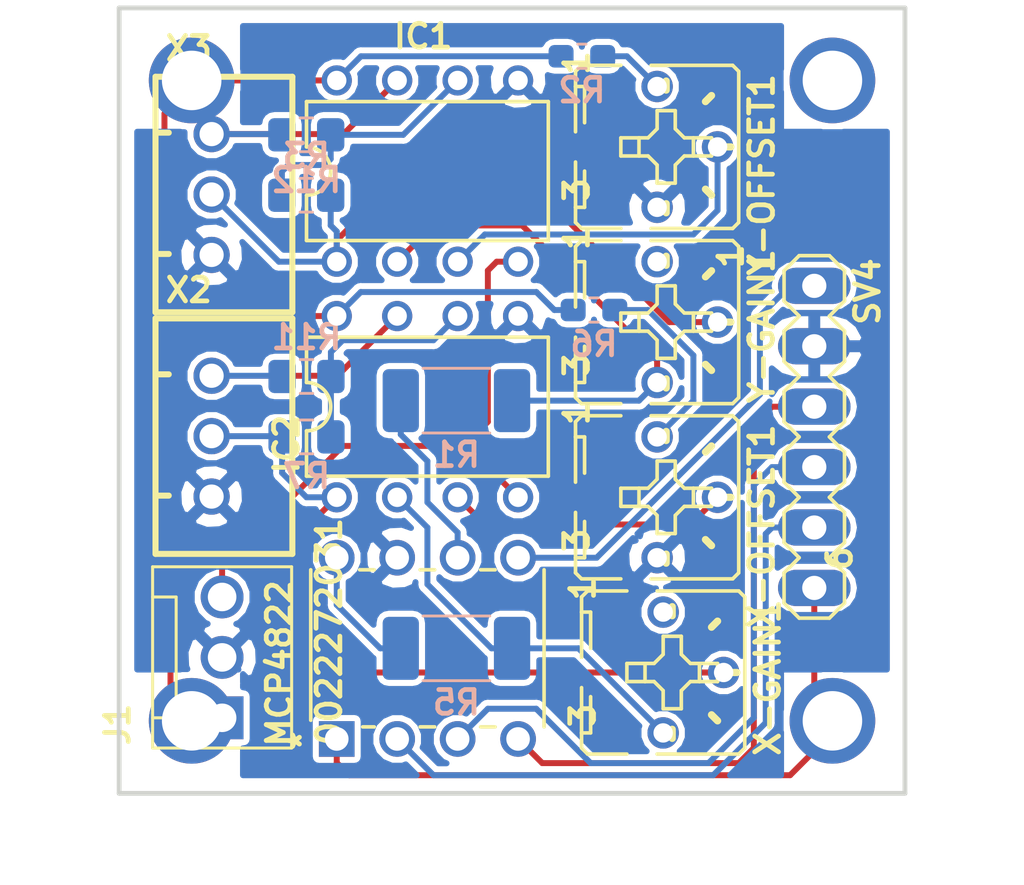
<source format=kicad_pcb>
(kicad_pcb (version 20171130) (host pcbnew "(5.0.2)-1")

  (general
    (thickness 1.6)
    (drawings 4)
    (tracks 126)
    (zones 0)
    (modules 23)
    (nets 25)
  )

  (page A4)
  (layers
    (0 Top signal)
    (31 Bottom signal)
    (32 B.Adhes user)
    (33 F.Adhes user)
    (34 B.Paste user)
    (35 F.Paste user)
    (36 B.SilkS user)
    (37 F.SilkS user)
    (38 B.Mask user)
    (39 F.Mask user)
    (40 Dwgs.User user)
    (41 Cmts.User user)
    (42 Eco1.User user)
    (43 Eco2.User user)
    (44 Edge.Cuts user)
    (45 Margin user)
    (46 B.CrtYd user)
    (47 F.CrtYd user)
    (48 B.Fab user)
    (49 F.Fab user)
  )

  (setup
    (last_trace_width 0.25)
    (trace_clearance 0.25)
    (zone_clearance 0.25)
    (zone_45_only no)
    (trace_min 0.1524)
    (segment_width 0.2)
    (edge_width 0.15)
    (via_size 0.8)
    (via_drill 0.4)
    (via_min_size 0.4)
    (via_min_drill 0.3)
    (uvia_size 0.3)
    (uvia_drill 0.1)
    (uvias_allowed no)
    (uvia_min_size 0.2)
    (uvia_min_drill 0.1)
    (pcb_text_width 0.3)
    (pcb_text_size 1.5 1.5)
    (mod_edge_width 0.15)
    (mod_text_size 1 1)
    (mod_text_width 0.2)
    (pad_size 3.6 3.6)
    (pad_drill 2.5)
    (pad_to_mask_clearance 0.05)
    (solder_mask_min_width 0.2)
    (aux_axis_origin 0 0)
    (visible_elements 7FFFFFFF)
    (pcbplotparams
      (layerselection 0x010fc_ffffffff)
      (usegerberextensions false)
      (usegerberattributes false)
      (usegerberadvancedattributes false)
      (creategerberjobfile false)
      (excludeedgelayer true)
      (linewidth 0.100000)
      (plotframeref false)
      (viasonmask false)
      (mode 1)
      (useauxorigin false)
      (hpglpennumber 1)
      (hpglpenspeed 20)
      (hpglpendiameter 15.000000)
      (psnegative false)
      (psa4output false)
      (plotreference true)
      (plotvalue true)
      (plotinvisibletext false)
      (padsonsilk false)
      (subtractmaskfromsilk false)
      (outputformat 1)
      (mirror false)
      (drillshape 1)
      (scaleselection 1)
      (outputdirectory ""))
  )

  (net 0 "")
  (net 1 GND)
  (net 2 +5V)
  (net 3 "Net-(MCP4822-Pad8)")
  (net 4 "Net-(MCP4822-Pad6)")
  (net 5 /LATCH)
  (net 6 /SDI)
  (net 7 /SCK)
  (net 8 /CS)
  (net 9 "Net-(IC1-Pad2)")
  (net 10 "Net-(R2-Pad2)")
  (net 11 /+V15)
  (net 12 "Net-(IC1-Pad6)")
  (net 13 /ILDAY+15V)
  (net 14 "Net-(IC1-Pad3)")
  (net 15 /ILDAY-15V)
  (net 16 /-V15)
  (net 17 "Net-(IC2-Pad2)")
  (net 18 "Net-(R6-Pad2)")
  (net 19 "Net-(IC2-Pad6)")
  (net 20 /ILDAX+15V)
  (net 21 "Net-(IC2-Pad3)")
  (net 22 /ILDAX-15V)
  (net 23 "Net-(Y-GAIN1-PadA)")
  (net 24 "Net-(X-GAIN1-PadA)")

  (net_class Default "Это класс цепей по умолчанию."
    (clearance 0.25)
    (trace_width 0.25)
    (via_dia 0.8)
    (via_drill 0.4)
    (uvia_dia 0.3)
    (uvia_drill 0.1)
    (add_net +5V)
    (add_net /+V15)
    (add_net /-V15)
    (add_net /CS)
    (add_net /ILDAX+15V)
    (add_net /ILDAX-15V)
    (add_net /ILDAY+15V)
    (add_net /ILDAY-15V)
    (add_net /LATCH)
    (add_net /SCK)
    (add_net /SDI)
    (add_net GND)
    (add_net "Net-(IC1-Pad2)")
    (add_net "Net-(IC1-Pad3)")
    (add_net "Net-(IC1-Pad6)")
    (add_net "Net-(IC2-Pad2)")
    (add_net "Net-(IC2-Pad3)")
    (add_net "Net-(IC2-Pad6)")
    (add_net "Net-(MCP4822-Pad6)")
    (add_net "Net-(MCP4822-Pad8)")
    (add_net "Net-(R2-Pad2)")
    (add_net "Net-(R6-Pad2)")
    (add_net "Net-(X-GAIN1-PadA)")
    (add_net "Net-(Y-GAIN1-PadA)")
  )

  (module MountingHole:MountingHole_2.5mm (layer Top) (tedit 5C949C7F) (tstamp 5CA19F06)
    (at 119.888 84.328)
    (descr "Mounting Hole 2.5mm, no annular")
    (tags "mounting hole 2.5mm no annular")
    (attr virtual)
    (fp_text reference REF** (at 0 -3.5) (layer F.SilkS) hide
      (effects (font (size 1 1) (thickness 0.15)))
    )
    (fp_text value MountingHole_2.5mm (at 0 3.5) (layer F.Fab)
      (effects (font (size 1 1) (thickness 0.15)))
    )
    (fp_text user %R (at 0.3 0) (layer F.Fab)
      (effects (font (size 1 1) (thickness 0.15)))
    )
    (fp_circle (center 0 0) (end 2.5 0) (layer Cmts.User) (width 0.15))
    (fp_circle (center 0 0) (end 2.75 0) (layer F.CrtYd) (width 0.05))
    (pad "" thru_hole circle (at 0 0) (size 3.6 3.6) (drill 2.5) (layers *.Cu *.Mask))
  )

  (module MountingHole:MountingHole_2.5mm (layer Top) (tedit 5C949C7F) (tstamp 5CA19F06)
    (at 146.812 111.252)
    (descr "Mounting Hole 2.5mm, no annular")
    (tags "mounting hole 2.5mm no annular")
    (attr virtual)
    (fp_text reference REF** (at 0 -3.5) (layer F.SilkS) hide
      (effects (font (size 1 1) (thickness 0.15)))
    )
    (fp_text value MountingHole_2.5mm (at 0 3.5) (layer F.Fab)
      (effects (font (size 1 1) (thickness 0.15)))
    )
    (fp_text user %R (at 0.3 0) (layer F.Fab)
      (effects (font (size 1 1) (thickness 0.15)))
    )
    (fp_circle (center 0 0) (end 2.5 0) (layer Cmts.User) (width 0.15))
    (fp_circle (center 0 0) (end 2.75 0) (layer F.CrtYd) (width 0.05))
    (pad "" thru_hole circle (at 0 0) (size 3.6 3.6) (drill 2.5) (layers *.Cu *.Mask))
  )

  (module MountingHole:MountingHole_2.5mm (layer Top) (tedit 5C949C7F) (tstamp 5CA19F06)
    (at 119.888 111.252)
    (descr "Mounting Hole 2.5mm, no annular")
    (tags "mounting hole 2.5mm no annular")
    (attr virtual)
    (fp_text reference REF** (at 0 -3.5) (layer F.SilkS) hide
      (effects (font (size 1 1) (thickness 0.15)))
    )
    (fp_text value MountingHole_2.5mm (at 0 3.5) (layer F.Fab)
      (effects (font (size 1 1) (thickness 0.15)))
    )
    (fp_text user %R (at 0.3 0) (layer F.Fab)
      (effects (font (size 1 1) (thickness 0.15)))
    )
    (fp_circle (center 0 0) (end 2.5 0) (layer Cmts.User) (width 0.15))
    (fp_circle (center 0 0) (end 2.75 0) (layer F.CrtYd) (width 0.05))
    (pad "" thru_hole circle (at 0 0) (size 3.6 3.6) (drill 2.5) (layers *.Cu *.Mask))
  )

  (module galvo-schematic:JST-XH-03-PACKAGE-ROUND-PAD (layer Top) (tedit 0) (tstamp 5C93791A)
    (at 120.7261 99.2836 270)
    (descr "<b>JST XH Connector Round Pads (Package)</b><p>\n\nWire to board connector.\n\nPitch: 2,54 mm, (0.100\")<p>\nNumber of pins: <b>3</b><b><P>\n\n<b>Created by Rembrandt Electronics</b><p>\n<b>www.rembrandtelectronics.com</b><p>")
    (path /EE6A8C5B)
    (fp_text reference X2 (at -5.555 2.04) (layer F.SilkS)
      (effects (font (size 1 1) (thickness 0.2)) (justify left bottom))
    )
    (fp_text value JST-XH-03-PIN-ROUND-PAD (at -4.6025 -3.8925 270) (layer F.Fab)
      (effects (font (size 1 1) (thickness 0.2)) (justify right top))
    )
    (fp_line (start 2.5 2.3) (end 2.5 1.8) (layer F.SilkS) (width 0.254))
    (fp_line (start -2.6 2.3) (end -2.6 1.8) (layer F.SilkS) (width 0.254))
    (fp_text user 1 (at -4.1675 1.4875 270) (layer F.Fab)
      (effects (font (size 1 1) (thickness 0.2)) (justify left bottom))
    )
    (fp_line (start -4.95 2.3575) (end 4.95 2.3575) (layer F.SilkS) (width 0.254))
    (fp_line (start -4.95 -3.3925) (end -4.95 2.3575) (layer F.SilkS) (width 0.254))
    (fp_line (start 4.95 -3.3925) (end -4.95 -3.3925) (layer F.SilkS) (width 0.254))
    (fp_line (start 4.95 2.3575) (end 4.95 -3.3925) (layer F.SilkS) (width 0.254))
    (pad 1 thru_hole circle (at -2.54 0) (size 1.524 1.524) (drill 1.016) (layers *.Cu *.Mask)
      (net 22 /ILDAX-15V) (solder_mask_margin 0.1016))
    (pad 2 thru_hole circle (at 0 0) (size 1.524 1.524) (drill 1.016) (layers *.Cu *.Mask)
      (net 20 /ILDAX+15V) (solder_mask_margin 0.1016))
    (pad 3 thru_hole circle (at 2.54 0) (size 1.524 1.524) (drill 1.016) (layers *.Cu *.Mask)
      (net 1 GND) (solder_mask_margin 0.1016))
  )

  (module galvo-schematic:DIL08 (layer Top) (tedit 0) (tstamp 5C9376D4)
    (at 129.794 88.138)
    (descr "<b>Dual In Line Package</b>")
    (path /22F7723E)
    (fp_text reference IC1 (at -1.524 -5.08 180) (layer F.SilkS)
      (effects (font (size 1 1) (thickness 0.2)) (justify left bottom))
    )
    (fp_text value TL082P (at -3.556 0.635) (layer F.Fab)
      (effects (font (size 1 1) (thickness 0.2)) (justify left bottom))
    )
    (fp_arc (start -5.08 0) (end -5.08 -1.016) (angle 180) (layer F.SilkS) (width 0.1524))
    (fp_line (start -5.08 2.921) (end -5.08 1.016) (layer F.SilkS) (width 0.1524))
    (fp_line (start -5.08 -2.921) (end -5.08 -1.016) (layer F.SilkS) (width 0.1524))
    (fp_line (start 5.08 -2.921) (end 5.08 2.921) (layer F.SilkS) (width 0.1524))
    (fp_line (start -5.08 2.921) (end 5.08 2.921) (layer F.SilkS) (width 0.1524))
    (fp_line (start 5.08 -2.921) (end -5.08 -2.921) (layer F.SilkS) (width 0.1524))
    (pad 5 thru_hole circle (at 3.81 -3.81 90) (size 1.27 1.27) (drill 0.8128) (layers *.Cu *.Mask)
      (net 1 GND) (solder_mask_margin 0.1016))
    (pad 6 thru_hole circle (at 1.27 -3.81 90) (size 1.27 1.27) (drill 0.8128) (layers *.Cu *.Mask)
      (net 12 "Net-(IC1-Pad6)") (solder_mask_margin 0.1016))
    (pad 4 thru_hole circle (at 3.81 3.81 90) (size 1.27 1.27) (drill 0.8128) (layers *.Cu *.Mask)
      (net 16 /-V15) (solder_mask_margin 0.1016))
    (pad 3 thru_hole circle (at 1.27 3.81 90) (size 1.27 1.27) (drill 0.8128) (layers *.Cu *.Mask)
      (net 14 "Net-(IC1-Pad3)") (solder_mask_margin 0.1016))
    (pad 8 thru_hole circle (at -3.81 -3.81 90) (size 1.27 1.27) (drill 0.8128) (layers *.Cu *.Mask)
      (net 11 /+V15) (solder_mask_margin 0.1016))
    (pad 7 thru_hole circle (at -1.27 -3.81 90) (size 1.27 1.27) (drill 0.8128) (layers *.Cu *.Mask)
      (net 15 /ILDAY-15V) (solder_mask_margin 0.1016))
    (pad 2 thru_hole circle (at -1.27 3.81 90) (size 1.27 1.27) (drill 0.8128) (layers *.Cu *.Mask)
      (net 9 "Net-(IC1-Pad2)") (solder_mask_margin 0.1016))
    (pad 1 thru_hole circle (at -3.81 3.81 90) (size 1.27 1.27) (drill 0.8128) (layers *.Cu *.Mask)
      (net 13 /ILDAY+15V) (solder_mask_margin 0.1016))
  )

  (module galvo-schematic:DIL08 (layer Top) (tedit 0) (tstamp 5C9376E5)
    (at 129.794 98.044)
    (descr "<b>Dual In Line Package</b>")
    (path /BC34DC86)
    (fp_text reference IC2 (at -5.334 2.921 90) (layer F.SilkS)
      (effects (font (size 1 1) (thickness 0.2)) (justify left bottom))
    )
    (fp_text value TL082P (at -3.556 0.635) (layer F.Fab)
      (effects (font (size 1 1) (thickness 0.2)) (justify left bottom))
    )
    (fp_arc (start -5.08 0) (end -5.08 -1.016) (angle 180) (layer F.SilkS) (width 0.1524))
    (fp_line (start -5.08 2.921) (end -5.08 1.016) (layer F.SilkS) (width 0.1524))
    (fp_line (start -5.08 -2.921) (end -5.08 -1.016) (layer F.SilkS) (width 0.1524))
    (fp_line (start 5.08 -2.921) (end 5.08 2.921) (layer F.SilkS) (width 0.1524))
    (fp_line (start -5.08 2.921) (end 5.08 2.921) (layer F.SilkS) (width 0.1524))
    (fp_line (start 5.08 -2.921) (end -5.08 -2.921) (layer F.SilkS) (width 0.1524))
    (pad 5 thru_hole circle (at 3.81 -3.81 90) (size 1.27 1.27) (drill 0.8128) (layers *.Cu *.Mask)
      (net 1 GND) (solder_mask_margin 0.1016))
    (pad 6 thru_hole circle (at 1.27 -3.81 90) (size 1.27 1.27) (drill 0.8128) (layers *.Cu *.Mask)
      (net 19 "Net-(IC2-Pad6)") (solder_mask_margin 0.1016))
    (pad 4 thru_hole circle (at 3.81 3.81 90) (size 1.27 1.27) (drill 0.8128) (layers *.Cu *.Mask)
      (net 16 /-V15) (solder_mask_margin 0.1016))
    (pad 3 thru_hole circle (at 1.27 3.81 90) (size 1.27 1.27) (drill 0.8128) (layers *.Cu *.Mask)
      (net 21 "Net-(IC2-Pad3)") (solder_mask_margin 0.1016))
    (pad 8 thru_hole circle (at -3.81 -3.81 90) (size 1.27 1.27) (drill 0.8128) (layers *.Cu *.Mask)
      (net 11 /+V15) (solder_mask_margin 0.1016))
    (pad 7 thru_hole circle (at -1.27 -3.81 90) (size 1.27 1.27) (drill 0.8128) (layers *.Cu *.Mask)
      (net 22 /ILDAX-15V) (solder_mask_margin 0.1016))
    (pad 2 thru_hole circle (at -1.27 3.81 90) (size 1.27 1.27) (drill 0.8128) (layers *.Cu *.Mask)
      (net 17 "Net-(IC2-Pad2)") (solder_mask_margin 0.1016))
    (pad 1 thru_hole circle (at -3.81 3.81 90) (size 1.27 1.27) (drill 0.8128) (layers *.Cu *.Mask)
      (net 20 /ILDAX+15V) (solder_mask_margin 0.1016))
  )

  (module galvo-schematic:B25P (layer Top) (tedit 0) (tstamp 5CA11B7A)
    (at 139.446 87.122 270)
    (descr "<b>POTENTIOMETER</b><p>\nBeckman Helitrim 25")
    (path /E3A23A97)
    (fp_text reference Y-OFFSET1 (at -3.175 -3.81 270) (layer F.SilkS)
      (effects (font (size 1 1) (thickness 0.2)) (justify right top))
    )
    (fp_text value 10k (at -3.1496 5.08 270) (layer F.Fab)
      (effects (font (size 1 1) (thickness 0.2)) (justify right top))
    )
    (fp_text user 1 (at -2.921 2.794 270) (layer F.SilkS)
      (effects (font (size 1 1) (thickness 0.2)) (justify left bottom))
    )
    (fp_text user 3 (at 2.413 2.794 270) (layer F.SilkS)
      (effects (font (size 1 1) (thickness 0.2)) (justify left bottom))
    )
    (fp_circle (center 0 -0.381) (end 2.032 -0.381) (layer F.Fab) (width 0.1524))
    (fp_line (start 1.016 3.048) (end 2.54 3.048) (layer F.SilkS) (width 0.1524))
    (fp_line (start -2.54 3.048) (end -1.016 3.048) (layer F.SilkS) (width 0.1524))
    (fp_line (start 2.54 3.429) (end 3.175 3.429) (layer F.SilkS) (width 0.1524))
    (fp_line (start 0.635 3.429) (end 2.54 3.429) (layer F.SilkS) (width 0.1524))
    (fp_line (start -0.635 3.429) (end 0.635 3.429) (layer F.Fab) (width 0.1524))
    (fp_line (start -2.54 3.429) (end -0.635 3.429) (layer F.SilkS) (width 0.1524))
    (fp_line (start 2.54 3.429) (end 2.54 3.048) (layer F.SilkS) (width 0.1524))
    (fp_line (start -1.016 3.048) (end 1.016 3.048) (layer F.Fab) (width 0.1524))
    (fp_line (start -2.54 3.048) (end -2.54 3.429) (layer F.SilkS) (width 0.1524))
    (fp_line (start -0.381 0.762) (end -0.381 1.524) (layer F.SilkS) (width 0.1524))
    (fp_line (start 0.381 0.762) (end 0.381 0.381) (layer F.SilkS) (width 0.1524))
    (fp_line (start 0.381 0.762) (end -0.381 0.762) (layer F.SilkS) (width 0.1524))
    (fp_line (start -0.381 -1.524) (end -0.381 -1.143) (layer F.SilkS) (width 0.1524))
    (fp_line (start 0.381 -1.524) (end 0.381 -2.286) (layer F.SilkS) (width 0.1524))
    (fp_line (start 0.381 -1.524) (end -0.381 -1.524) (layer F.SilkS) (width 0.1524))
    (fp_line (start -2.3876 -0.381) (end -2.7686 -0.381) (layer F.SilkS) (width 0.3048))
    (fp_line (start -1.905 -2.032) (end -2.159 -2.286) (layer F.SilkS) (width 0.3048))
    (fp_line (start 0 -2.7178) (end 0 -3.0988) (layer F.SilkS) (width 0.3048))
    (fp_line (start 1.778 -2.032) (end 2.032 -2.286) (layer F.SilkS) (width 0.3048))
    (fp_line (start 2.3876 -0.381) (end 2.7686 -0.381) (layer F.SilkS) (width 0.3048))
    (fp_line (start 1.778 1.397) (end 2.032 1.651) (layer F.Fab) (width 0.3048))
    (fp_line (start -1.778 1.397) (end -2.032 1.651) (layer F.Fab) (width 0.3048))
    (fp_line (start 0.381 0.381) (end 0.762 0) (layer F.SilkS) (width 0.1524))
    (fp_line (start 0.381 1.524) (end 0.381 0.762) (layer F.SilkS) (width 0.1524))
    (fp_line (start -0.381 1.524) (end 0.381 1.524) (layer F.SilkS) (width 0.1524))
    (fp_line (start -0.381 0.381) (end -0.381 0.762) (layer F.SilkS) (width 0.1524))
    (fp_line (start -0.381 0.381) (end -0.762 0) (layer F.SilkS) (width 0.1524))
    (fp_line (start -1.524 0) (end -0.762 0) (layer F.SilkS) (width 0.1524))
    (fp_line (start -1.524 -0.762) (end -1.524 0) (layer F.SilkS) (width 0.1524))
    (fp_line (start -0.762 -0.762) (end -1.524 -0.762) (layer F.SilkS) (width 0.1524))
    (fp_line (start -0.381 -1.143) (end -0.762 -0.762) (layer F.SilkS) (width 0.1524))
    (fp_line (start -0.381 -2.286) (end -0.381 -1.524) (layer F.SilkS) (width 0.1524))
    (fp_line (start 0.381 -2.286) (end -0.381 -2.286) (layer F.SilkS) (width 0.1524))
    (fp_line (start 0.381 -1.143) (end 0.381 -1.524) (layer F.SilkS) (width 0.1524))
    (fp_line (start 0.762 -0.762) (end 0.381 -1.143) (layer F.SilkS) (width 0.1524))
    (fp_line (start 1.524 -0.762) (end 0.762 -0.762) (layer F.SilkS) (width 0.1524))
    (fp_line (start 1.524 0) (end 1.524 -0.762) (layer F.SilkS) (width 0.1524))
    (fp_line (start 0.762 0) (end 1.524 0) (layer F.SilkS) (width 0.1524))
    (fp_line (start -3.429 1.524) (end -3.429 3.175) (layer F.SilkS) (width 0.1524))
    (fp_line (start -3.429 0.254) (end -3.429 1.524) (layer F.Fab) (width 0.1524))
    (fp_line (start -3.429 -3.175) (end -3.429 0.254) (layer F.SilkS) (width 0.1524))
    (fp_line (start -3.175 -3.429) (end -3.429 -3.175) (layer F.SilkS) (width 0.1524))
    (fp_line (start -3.175 3.429) (end -3.429 3.175) (layer F.SilkS) (width 0.1524))
    (fp_line (start 3.429 0.254) (end 3.429 -3.175) (layer F.SilkS) (width 0.1524))
    (fp_line (start 3.429 1.524) (end 3.429 0.254) (layer F.Fab) (width 0.1524))
    (fp_line (start 3.429 3.175) (end 3.429 1.524) (layer F.SilkS) (width 0.1524))
    (fp_line (start 3.175 3.429) (end 3.429 3.175) (layer F.SilkS) (width 0.1524))
    (fp_line (start 3.175 -3.429) (end 3.429 -3.175) (layer F.SilkS) (width 0.1524))
    (fp_line (start -3.175 3.429) (end -2.54 3.429) (layer F.SilkS) (width 0.1524))
    (fp_line (start 3.175 -3.429) (end -3.175 -3.429) (layer F.SilkS) (width 0.1524))
    (pad S thru_hole circle (at 0 -2.54 270) (size 1.3208 1.3208) (drill 0.8128) (layers *.Cu *.Mask)
      (net 14 "Net-(IC1-Pad3)") (solder_mask_margin 0.1016))
    (pad E thru_hole circle (at 2.54 0 270) (size 1.3208 1.3208) (drill 0.8128) (layers *.Cu *.Mask)
      (net 1 GND) (solder_mask_margin 0.1016))
    (pad A thru_hole circle (at -2.54 0 270) (size 1.3208 1.3208) (drill 0.8128) (layers *.Cu *.Mask)
      (net 10 "Net-(R2-Pad2)") (solder_mask_margin 0.1016))
  )

  (module galvo-schematic:B25P (layer Top) (tedit 0) (tstamp 5C9377AE)
    (at 139.446 94.488 270)
    (descr "<b>POTENTIOMETER</b><p>\nBeckman Helitrim 25")
    (path /A7E1DF8A)
    (fp_text reference Y-GAIN1 (at -3.175 -3.81 270) (layer F.SilkS)
      (effects (font (size 1 1) (thickness 0.2)) (justify right top))
    )
    (fp_text value 10k (at -3.1496 5.08 270) (layer F.Fab)
      (effects (font (size 1 1) (thickness 0.2)) (justify right top))
    )
    (fp_text user 1 (at -2.921 2.794 270) (layer F.SilkS)
      (effects (font (size 1 1) (thickness 0.2)) (justify left bottom))
    )
    (fp_text user 3 (at 2.413 2.794 270) (layer F.SilkS)
      (effects (font (size 1 1) (thickness 0.2)) (justify left bottom))
    )
    (fp_circle (center 0 -0.381) (end 2.032 -0.381) (layer F.Fab) (width 0.1524))
    (fp_line (start 1.016 3.048) (end 2.54 3.048) (layer F.SilkS) (width 0.1524))
    (fp_line (start -2.54 3.048) (end -1.016 3.048) (layer F.SilkS) (width 0.1524))
    (fp_line (start 2.54 3.429) (end 3.175 3.429) (layer F.SilkS) (width 0.1524))
    (fp_line (start 0.635 3.429) (end 2.54 3.429) (layer F.SilkS) (width 0.1524))
    (fp_line (start -0.635 3.429) (end 0.635 3.429) (layer F.Fab) (width 0.1524))
    (fp_line (start -2.54 3.429) (end -0.635 3.429) (layer F.SilkS) (width 0.1524))
    (fp_line (start 2.54 3.429) (end 2.54 3.048) (layer F.SilkS) (width 0.1524))
    (fp_line (start -1.016 3.048) (end 1.016 3.048) (layer F.Fab) (width 0.1524))
    (fp_line (start -2.54 3.048) (end -2.54 3.429) (layer F.SilkS) (width 0.1524))
    (fp_line (start -0.381 0.762) (end -0.381 1.524) (layer F.SilkS) (width 0.1524))
    (fp_line (start 0.381 0.762) (end 0.381 0.381) (layer F.SilkS) (width 0.1524))
    (fp_line (start 0.381 0.762) (end -0.381 0.762) (layer F.SilkS) (width 0.1524))
    (fp_line (start -0.381 -1.524) (end -0.381 -1.143) (layer F.SilkS) (width 0.1524))
    (fp_line (start 0.381 -1.524) (end 0.381 -2.286) (layer F.SilkS) (width 0.1524))
    (fp_line (start 0.381 -1.524) (end -0.381 -1.524) (layer F.SilkS) (width 0.1524))
    (fp_line (start -2.3876 -0.381) (end -2.7686 -0.381) (layer F.SilkS) (width 0.3048))
    (fp_line (start -1.905 -2.032) (end -2.159 -2.286) (layer F.SilkS) (width 0.3048))
    (fp_line (start 0 -2.7178) (end 0 -3.0988) (layer F.SilkS) (width 0.3048))
    (fp_line (start 1.778 -2.032) (end 2.032 -2.286) (layer F.SilkS) (width 0.3048))
    (fp_line (start 2.3876 -0.381) (end 2.7686 -0.381) (layer F.SilkS) (width 0.3048))
    (fp_line (start 1.778 1.397) (end 2.032 1.651) (layer F.Fab) (width 0.3048))
    (fp_line (start -1.778 1.397) (end -2.032 1.651) (layer F.Fab) (width 0.3048))
    (fp_line (start 0.381 0.381) (end 0.762 0) (layer F.SilkS) (width 0.1524))
    (fp_line (start 0.381 1.524) (end 0.381 0.762) (layer F.SilkS) (width 0.1524))
    (fp_line (start -0.381 1.524) (end 0.381 1.524) (layer F.SilkS) (width 0.1524))
    (fp_line (start -0.381 0.381) (end -0.381 0.762) (layer F.SilkS) (width 0.1524))
    (fp_line (start -0.381 0.381) (end -0.762 0) (layer F.SilkS) (width 0.1524))
    (fp_line (start -1.524 0) (end -0.762 0) (layer F.SilkS) (width 0.1524))
    (fp_line (start -1.524 -0.762) (end -1.524 0) (layer F.SilkS) (width 0.1524))
    (fp_line (start -0.762 -0.762) (end -1.524 -0.762) (layer F.SilkS) (width 0.1524))
    (fp_line (start -0.381 -1.143) (end -0.762 -0.762) (layer F.SilkS) (width 0.1524))
    (fp_line (start -0.381 -2.286) (end -0.381 -1.524) (layer F.SilkS) (width 0.1524))
    (fp_line (start 0.381 -2.286) (end -0.381 -2.286) (layer F.SilkS) (width 0.1524))
    (fp_line (start 0.381 -1.143) (end 0.381 -1.524) (layer F.SilkS) (width 0.1524))
    (fp_line (start 0.762 -0.762) (end 0.381 -1.143) (layer F.SilkS) (width 0.1524))
    (fp_line (start 1.524 -0.762) (end 0.762 -0.762) (layer F.SilkS) (width 0.1524))
    (fp_line (start 1.524 0) (end 1.524 -0.762) (layer F.SilkS) (width 0.1524))
    (fp_line (start 0.762 0) (end 1.524 0) (layer F.SilkS) (width 0.1524))
    (fp_line (start -3.429 1.524) (end -3.429 3.175) (layer F.SilkS) (width 0.1524))
    (fp_line (start -3.429 0.254) (end -3.429 1.524) (layer F.Fab) (width 0.1524))
    (fp_line (start -3.429 -3.175) (end -3.429 0.254) (layer F.SilkS) (width 0.1524))
    (fp_line (start -3.175 -3.429) (end -3.429 -3.175) (layer F.SilkS) (width 0.1524))
    (fp_line (start -3.175 3.429) (end -3.429 3.175) (layer F.SilkS) (width 0.1524))
    (fp_line (start 3.429 0.254) (end 3.429 -3.175) (layer F.SilkS) (width 0.1524))
    (fp_line (start 3.429 1.524) (end 3.429 0.254) (layer F.Fab) (width 0.1524))
    (fp_line (start 3.429 3.175) (end 3.429 1.524) (layer F.SilkS) (width 0.1524))
    (fp_line (start 3.175 3.429) (end 3.429 3.175) (layer F.SilkS) (width 0.1524))
    (fp_line (start 3.175 -3.429) (end 3.429 -3.175) (layer F.SilkS) (width 0.1524))
    (fp_line (start -3.175 3.429) (end -2.54 3.429) (layer F.SilkS) (width 0.1524))
    (fp_line (start 3.175 -3.429) (end -3.175 -3.429) (layer F.SilkS) (width 0.1524))
    (pad S thru_hole circle (at 0 -2.54 270) (size 1.3208 1.3208) (drill 0.8128) (layers *.Cu *.Mask)
      (net 13 /ILDAY+15V) (solder_mask_margin 0.1016))
    (pad E thru_hole circle (at 2.54 0 270) (size 1.3208 1.3208) (drill 0.8128) (layers *.Cu *.Mask)
      (net 9 "Net-(IC1-Pad2)") (solder_mask_margin 0.1016))
    (pad A thru_hole circle (at -2.54 0 270) (size 1.3208 1.3208) (drill 0.8128) (layers *.Cu *.Mask)
      (net 23 "Net-(Y-GAIN1-PadA)") (solder_mask_margin 0.1016))
  )

  (module galvo-schematic:B25P (layer Top) (tedit 0) (tstamp 5C937834)
    (at 139.7 109.22 270)
    (descr "<b>POTENTIOMETER</b><p>\nBeckman Helitrim 25")
    (path /250474DB)
    (fp_text reference X-GAIN1 (at -3.175 -3.81 270) (layer F.SilkS)
      (effects (font (size 1 1) (thickness 0.2)) (justify right top))
    )
    (fp_text value 10k (at -3.1496 5.08 270) (layer F.Fab)
      (effects (font (size 1 1) (thickness 0.2)) (justify right top))
    )
    (fp_text user 1 (at -2.921 2.794 270) (layer F.SilkS)
      (effects (font (size 1 1) (thickness 0.2)) (justify left bottom))
    )
    (fp_text user 3 (at 2.413 2.794 270) (layer F.SilkS)
      (effects (font (size 1 1) (thickness 0.2)) (justify left bottom))
    )
    (fp_circle (center 0 -0.381) (end 2.032 -0.381) (layer F.Fab) (width 0.1524))
    (fp_line (start 1.016 3.048) (end 2.54 3.048) (layer F.SilkS) (width 0.1524))
    (fp_line (start -2.54 3.048) (end -1.016 3.048) (layer F.SilkS) (width 0.1524))
    (fp_line (start 2.54 3.429) (end 3.175 3.429) (layer F.SilkS) (width 0.1524))
    (fp_line (start 0.635 3.429) (end 2.54 3.429) (layer F.SilkS) (width 0.1524))
    (fp_line (start -0.635 3.429) (end 0.635 3.429) (layer F.Fab) (width 0.1524))
    (fp_line (start -2.54 3.429) (end -0.635 3.429) (layer F.SilkS) (width 0.1524))
    (fp_line (start 2.54 3.429) (end 2.54 3.048) (layer F.SilkS) (width 0.1524))
    (fp_line (start -1.016 3.048) (end 1.016 3.048) (layer F.Fab) (width 0.1524))
    (fp_line (start -2.54 3.048) (end -2.54 3.429) (layer F.SilkS) (width 0.1524))
    (fp_line (start -0.381 0.762) (end -0.381 1.524) (layer F.SilkS) (width 0.1524))
    (fp_line (start 0.381 0.762) (end 0.381 0.381) (layer F.SilkS) (width 0.1524))
    (fp_line (start 0.381 0.762) (end -0.381 0.762) (layer F.SilkS) (width 0.1524))
    (fp_line (start -0.381 -1.524) (end -0.381 -1.143) (layer F.SilkS) (width 0.1524))
    (fp_line (start 0.381 -1.524) (end 0.381 -2.286) (layer F.SilkS) (width 0.1524))
    (fp_line (start 0.381 -1.524) (end -0.381 -1.524) (layer F.SilkS) (width 0.1524))
    (fp_line (start -2.3876 -0.381) (end -2.7686 -0.381) (layer F.SilkS) (width 0.3048))
    (fp_line (start -1.905 -2.032) (end -2.159 -2.286) (layer F.SilkS) (width 0.3048))
    (fp_line (start 0 -2.7178) (end 0 -3.0988) (layer F.SilkS) (width 0.3048))
    (fp_line (start 1.778 -2.032) (end 2.032 -2.286) (layer F.SilkS) (width 0.3048))
    (fp_line (start 2.3876 -0.381) (end 2.7686 -0.381) (layer F.SilkS) (width 0.3048))
    (fp_line (start 1.778 1.397) (end 2.032 1.651) (layer F.Fab) (width 0.3048))
    (fp_line (start -1.778 1.397) (end -2.032 1.651) (layer F.Fab) (width 0.3048))
    (fp_line (start 0.381 0.381) (end 0.762 0) (layer F.SilkS) (width 0.1524))
    (fp_line (start 0.381 1.524) (end 0.381 0.762) (layer F.SilkS) (width 0.1524))
    (fp_line (start -0.381 1.524) (end 0.381 1.524) (layer F.SilkS) (width 0.1524))
    (fp_line (start -0.381 0.381) (end -0.381 0.762) (layer F.SilkS) (width 0.1524))
    (fp_line (start -0.381 0.381) (end -0.762 0) (layer F.SilkS) (width 0.1524))
    (fp_line (start -1.524 0) (end -0.762 0) (layer F.SilkS) (width 0.1524))
    (fp_line (start -1.524 -0.762) (end -1.524 0) (layer F.SilkS) (width 0.1524))
    (fp_line (start -0.762 -0.762) (end -1.524 -0.762) (layer F.SilkS) (width 0.1524))
    (fp_line (start -0.381 -1.143) (end -0.762 -0.762) (layer F.SilkS) (width 0.1524))
    (fp_line (start -0.381 -2.286) (end -0.381 -1.524) (layer F.SilkS) (width 0.1524))
    (fp_line (start 0.381 -2.286) (end -0.381 -2.286) (layer F.SilkS) (width 0.1524))
    (fp_line (start 0.381 -1.143) (end 0.381 -1.524) (layer F.SilkS) (width 0.1524))
    (fp_line (start 0.762 -0.762) (end 0.381 -1.143) (layer F.SilkS) (width 0.1524))
    (fp_line (start 1.524 -0.762) (end 0.762 -0.762) (layer F.SilkS) (width 0.1524))
    (fp_line (start 1.524 0) (end 1.524 -0.762) (layer F.SilkS) (width 0.1524))
    (fp_line (start 0.762 0) (end 1.524 0) (layer F.SilkS) (width 0.1524))
    (fp_line (start -3.429 1.524) (end -3.429 3.175) (layer F.SilkS) (width 0.1524))
    (fp_line (start -3.429 0.254) (end -3.429 1.524) (layer F.Fab) (width 0.1524))
    (fp_line (start -3.429 -3.175) (end -3.429 0.254) (layer F.SilkS) (width 0.1524))
    (fp_line (start -3.175 -3.429) (end -3.429 -3.175) (layer F.SilkS) (width 0.1524))
    (fp_line (start -3.175 3.429) (end -3.429 3.175) (layer F.SilkS) (width 0.1524))
    (fp_line (start 3.429 0.254) (end 3.429 -3.175) (layer F.SilkS) (width 0.1524))
    (fp_line (start 3.429 1.524) (end 3.429 0.254) (layer F.Fab) (width 0.1524))
    (fp_line (start 3.429 3.175) (end 3.429 1.524) (layer F.SilkS) (width 0.1524))
    (fp_line (start 3.175 3.429) (end 3.429 3.175) (layer F.SilkS) (width 0.1524))
    (fp_line (start 3.175 -3.429) (end 3.429 -3.175) (layer F.SilkS) (width 0.1524))
    (fp_line (start -3.175 3.429) (end -2.54 3.429) (layer F.SilkS) (width 0.1524))
    (fp_line (start 3.175 -3.429) (end -3.175 -3.429) (layer F.SilkS) (width 0.1524))
    (pad S thru_hole circle (at 0 -2.54 270) (size 1.3208 1.3208) (drill 0.8128) (layers *.Cu *.Mask)
      (net 20 /ILDAX+15V) (solder_mask_margin 0.1016))
    (pad E thru_hole circle (at 2.54 0 270) (size 1.3208 1.3208) (drill 0.8128) (layers *.Cu *.Mask)
      (net 17 "Net-(IC2-Pad2)") (solder_mask_margin 0.1016))
    (pad A thru_hole circle (at -2.54 0 270) (size 1.3208 1.3208) (drill 0.8128) (layers *.Cu *.Mask)
      (net 24 "Net-(X-GAIN1-PadA)") (solder_mask_margin 0.1016))
  )

  (module galvo-schematic:B25P (layer Top) (tedit 0) (tstamp 5C93786F)
    (at 139.446 101.854 270)
    (descr "<b>POTENTIOMETER</b><p>\nBeckman Helitrim 25")
    (path /4EE77E4A)
    (fp_text reference X-OFFSET1 (at -3.175 -3.81 270) (layer F.SilkS)
      (effects (font (size 1 1) (thickness 0.2)) (justify right top))
    )
    (fp_text value 10k (at -3.1496 5.08 270) (layer F.Fab)
      (effects (font (size 1 1) (thickness 0.2)) (justify right top))
    )
    (fp_text user 1 (at -2.921 2.794 270) (layer F.SilkS)
      (effects (font (size 1 1) (thickness 0.2)) (justify left bottom))
    )
    (fp_text user 3 (at 2.413 2.794 270) (layer F.SilkS)
      (effects (font (size 1 1) (thickness 0.2)) (justify left bottom))
    )
    (fp_circle (center 0 -0.381) (end 2.032 -0.381) (layer F.Fab) (width 0.1524))
    (fp_line (start 1.016 3.048) (end 2.54 3.048) (layer F.SilkS) (width 0.1524))
    (fp_line (start -2.54 3.048) (end -1.016 3.048) (layer F.SilkS) (width 0.1524))
    (fp_line (start 2.54 3.429) (end 3.175 3.429) (layer F.SilkS) (width 0.1524))
    (fp_line (start 0.635 3.429) (end 2.54 3.429) (layer F.SilkS) (width 0.1524))
    (fp_line (start -0.635 3.429) (end 0.635 3.429) (layer F.Fab) (width 0.1524))
    (fp_line (start -2.54 3.429) (end -0.635 3.429) (layer F.SilkS) (width 0.1524))
    (fp_line (start 2.54 3.429) (end 2.54 3.048) (layer F.SilkS) (width 0.1524))
    (fp_line (start -1.016 3.048) (end 1.016 3.048) (layer F.Fab) (width 0.1524))
    (fp_line (start -2.54 3.048) (end -2.54 3.429) (layer F.SilkS) (width 0.1524))
    (fp_line (start -0.381 0.762) (end -0.381 1.524) (layer F.SilkS) (width 0.1524))
    (fp_line (start 0.381 0.762) (end 0.381 0.381) (layer F.SilkS) (width 0.1524))
    (fp_line (start 0.381 0.762) (end -0.381 0.762) (layer F.SilkS) (width 0.1524))
    (fp_line (start -0.381 -1.524) (end -0.381 -1.143) (layer F.SilkS) (width 0.1524))
    (fp_line (start 0.381 -1.524) (end 0.381 -2.286) (layer F.SilkS) (width 0.1524))
    (fp_line (start 0.381 -1.524) (end -0.381 -1.524) (layer F.SilkS) (width 0.1524))
    (fp_line (start -2.3876 -0.381) (end -2.7686 -0.381) (layer F.SilkS) (width 0.3048))
    (fp_line (start -1.905 -2.032) (end -2.159 -2.286) (layer F.SilkS) (width 0.3048))
    (fp_line (start 0 -2.7178) (end 0 -3.0988) (layer F.SilkS) (width 0.3048))
    (fp_line (start 1.778 -2.032) (end 2.032 -2.286) (layer F.SilkS) (width 0.3048))
    (fp_line (start 2.3876 -0.381) (end 2.7686 -0.381) (layer F.SilkS) (width 0.3048))
    (fp_line (start 1.778 1.397) (end 2.032 1.651) (layer F.Fab) (width 0.3048))
    (fp_line (start -1.778 1.397) (end -2.032 1.651) (layer F.Fab) (width 0.3048))
    (fp_line (start 0.381 0.381) (end 0.762 0) (layer F.SilkS) (width 0.1524))
    (fp_line (start 0.381 1.524) (end 0.381 0.762) (layer F.SilkS) (width 0.1524))
    (fp_line (start -0.381 1.524) (end 0.381 1.524) (layer F.SilkS) (width 0.1524))
    (fp_line (start -0.381 0.381) (end -0.381 0.762) (layer F.SilkS) (width 0.1524))
    (fp_line (start -0.381 0.381) (end -0.762 0) (layer F.SilkS) (width 0.1524))
    (fp_line (start -1.524 0) (end -0.762 0) (layer F.SilkS) (width 0.1524))
    (fp_line (start -1.524 -0.762) (end -1.524 0) (layer F.SilkS) (width 0.1524))
    (fp_line (start -0.762 -0.762) (end -1.524 -0.762) (layer F.SilkS) (width 0.1524))
    (fp_line (start -0.381 -1.143) (end -0.762 -0.762) (layer F.SilkS) (width 0.1524))
    (fp_line (start -0.381 -2.286) (end -0.381 -1.524) (layer F.SilkS) (width 0.1524))
    (fp_line (start 0.381 -2.286) (end -0.381 -2.286) (layer F.SilkS) (width 0.1524))
    (fp_line (start 0.381 -1.143) (end 0.381 -1.524) (layer F.SilkS) (width 0.1524))
    (fp_line (start 0.762 -0.762) (end 0.381 -1.143) (layer F.SilkS) (width 0.1524))
    (fp_line (start 1.524 -0.762) (end 0.762 -0.762) (layer F.SilkS) (width 0.1524))
    (fp_line (start 1.524 0) (end 1.524 -0.762) (layer F.SilkS) (width 0.1524))
    (fp_line (start 0.762 0) (end 1.524 0) (layer F.SilkS) (width 0.1524))
    (fp_line (start -3.429 1.524) (end -3.429 3.175) (layer F.SilkS) (width 0.1524))
    (fp_line (start -3.429 0.254) (end -3.429 1.524) (layer F.Fab) (width 0.1524))
    (fp_line (start -3.429 -3.175) (end -3.429 0.254) (layer F.SilkS) (width 0.1524))
    (fp_line (start -3.175 -3.429) (end -3.429 -3.175) (layer F.SilkS) (width 0.1524))
    (fp_line (start -3.175 3.429) (end -3.429 3.175) (layer F.SilkS) (width 0.1524))
    (fp_line (start 3.429 0.254) (end 3.429 -3.175) (layer F.SilkS) (width 0.1524))
    (fp_line (start 3.429 1.524) (end 3.429 0.254) (layer F.Fab) (width 0.1524))
    (fp_line (start 3.429 3.175) (end 3.429 1.524) (layer F.SilkS) (width 0.1524))
    (fp_line (start 3.175 3.429) (end 3.429 3.175) (layer F.SilkS) (width 0.1524))
    (fp_line (start 3.175 -3.429) (end 3.429 -3.175) (layer F.SilkS) (width 0.1524))
    (fp_line (start -3.175 3.429) (end -2.54 3.429) (layer F.SilkS) (width 0.1524))
    (fp_line (start 3.175 -3.429) (end -3.175 -3.429) (layer F.SilkS) (width 0.1524))
    (pad S thru_hole circle (at 0 -2.54 270) (size 1.3208 1.3208) (drill 0.8128) (layers *.Cu *.Mask)
      (net 21 "Net-(IC2-Pad3)") (solder_mask_margin 0.1016))
    (pad E thru_hole circle (at 2.54 0 270) (size 1.3208 1.3208) (drill 0.8128) (layers *.Cu *.Mask)
      (net 1 GND) (solder_mask_margin 0.1016))
    (pad A thru_hole circle (at -2.54 0 270) (size 1.3208 1.3208) (drill 0.8128) (layers *.Cu *.Mask)
      (net 18 "Net-(R6-Pad2)") (solder_mask_margin 0.1016))
  )

  (module galvo-schematic:DIP254P762X432-8 (layer Top) (tedit 0) (tstamp 5C9378AA)
    (at 133.604 104.394 90)
    (path /D859E55B)
    (fp_text reference MCP4822 (at -8.0518 -9.4488 90) (layer F.SilkS)
      (effects (font (size 1 1) (thickness 0.2)) (justify left bottom))
    )
    (fp_text value MCP4822-E_P (at -9.3472 3.6576 90) (layer F.Fab)
      (effects (font (size 1 1) (thickness 0.2)) (justify left bottom))
    )
    (fp_text user * (at -8.2042 -8.4836 90) (layer F.Fab)
      (effects (font (size 1 1) (thickness 0.2)) (justify left bottom))
    )
    (fp_line (start -7.112 -8.7122) (end -7.112 1.0922) (layer F.Fab) (width 0.1524))
    (fp_line (start -0.508 -8.7122) (end -7.112 -8.7122) (layer F.Fab) (width 0.1524))
    (fp_line (start -0.508 1.0922) (end -0.508 -8.7122) (layer F.Fab) (width 0.1524))
    (fp_line (start -7.112 1.0922) (end -0.508 1.0922) (layer F.Fab) (width 0.1524))
    (fp_line (start 0.4826 -8.128) (end -0.508 -8.128) (layer F.Fab) (width 0.1524))
    (fp_line (start 0.4826 -7.112) (end 0.4826 -8.128) (layer F.Fab) (width 0.1524))
    (fp_line (start -0.508 -7.112) (end 0.4826 -7.112) (layer F.Fab) (width 0.1524))
    (fp_line (start -0.508 -8.128) (end -0.508 -7.112) (layer F.Fab) (width 0.1524))
    (fp_line (start 0.4826 -5.588) (end -0.508 -5.588) (layer F.Fab) (width 0.1524))
    (fp_line (start 0.4826 -4.572) (end 0.4826 -5.588) (layer F.Fab) (width 0.1524))
    (fp_line (start -0.508 -4.572) (end 0.4826 -4.572) (layer F.Fab) (width 0.1524))
    (fp_line (start -0.508 -5.588) (end -0.508 -4.572) (layer F.Fab) (width 0.1524))
    (fp_line (start 0.4826 -3.048) (end -0.508 -3.048) (layer F.Fab) (width 0.1524))
    (fp_line (start 0.4826 -2.0574) (end 0.4826 -3.048) (layer F.Fab) (width 0.1524))
    (fp_line (start -0.508 -2.032) (end 0.4826 -2.0574) (layer F.Fab) (width 0.1524))
    (fp_line (start -0.508 -3.048) (end -0.508 -2.032) (layer F.Fab) (width 0.1524))
    (fp_line (start 0.4826 -0.508) (end -0.508 -0.508) (layer F.Fab) (width 0.1524))
    (fp_line (start 0.4826 0.4826) (end 0.4826 -0.508) (layer F.Fab) (width 0.1524))
    (fp_line (start -0.508 0.508) (end 0.4826 0.4826) (layer F.Fab) (width 0.1524))
    (fp_line (start -0.508 -0.508) (end -0.508 0.508) (layer F.Fab) (width 0.1524))
    (fp_line (start -8.1026 0.508) (end -7.112 0.508) (layer F.Fab) (width 0.1524))
    (fp_line (start -8.1026 -0.4826) (end -8.1026 0.508) (layer F.Fab) (width 0.1524))
    (fp_line (start -7.112 -0.508) (end -8.1026 -0.4826) (layer F.Fab) (width 0.1524))
    (fp_line (start -7.112 0.508) (end -7.112 -0.508) (layer F.Fab) (width 0.1524))
    (fp_line (start -8.1026 -2.032) (end -7.112 -2.032) (layer F.Fab) (width 0.1524))
    (fp_line (start -8.1026 -3.048) (end -8.1026 -2.032) (layer F.Fab) (width 0.1524))
    (fp_line (start -7.112 -3.048) (end -8.1026 -3.048) (layer F.Fab) (width 0.1524))
    (fp_line (start -7.112 -2.032) (end -7.112 -3.048) (layer F.Fab) (width 0.1524))
    (fp_line (start -8.1026 -4.572) (end -7.112 -4.572) (layer F.Fab) (width 0.1524))
    (fp_line (start -8.1026 -5.588) (end -8.1026 -4.572) (layer F.Fab) (width 0.1524))
    (fp_line (start -7.112 -5.588) (end -8.1026 -5.588) (layer F.Fab) (width 0.1524))
    (fp_line (start -7.112 -4.572) (end -7.112 -5.588) (layer F.Fab) (width 0.1524))
    (fp_line (start -8.1026 -7.112) (end -7.112 -7.112) (layer F.Fab) (width 0.1524))
    (fp_line (start -8.1026 -8.128) (end -8.1026 -7.112) (layer F.Fab) (width 0.1524))
    (fp_line (start -7.112 -8.128) (end -8.1026 -8.128) (layer F.Fab) (width 0.1524))
    (fp_line (start -7.112 -7.112) (end -7.112 -8.128) (layer F.Fab) (width 0.1524))
    (fp_text user * (at -8.2042 -8.4836 90) (layer F.SilkS)
      (effects (font (size 1 1) (thickness 0.2)) (justify left bottom))
    )
    (fp_line (start -7.112 -6.5278) (end -7.112 -6.0452) (layer F.SilkS) (width 0.1524))
    (fp_line (start -0.508 -8.7122) (end -6.8326 -8.7122) (layer F.SilkS) (width 0.1524))
    (fp_line (start -0.508 -0.9652) (end -0.508 -1.5748) (layer F.SilkS) (width 0.1524))
    (fp_line (start -7.112 1.0922) (end -0.508 1.0922) (layer F.SilkS) (width 0.1524))
    (fp_line (start -7.112 -4.1148) (end -7.112 -3.5052) (layer F.SilkS) (width 0.1524))
    (fp_line (start -7.112 -1.5748) (end -7.112 -0.9652) (layer F.SilkS) (width 0.1524))
    (fp_line (start -0.508 -3.5052) (end -0.508 -4.1148) (layer F.SilkS) (width 0.1524))
    (fp_line (start -0.508 -6.0452) (end -0.508 -6.6548) (layer F.SilkS) (width 0.1524))
    (pad 8 thru_hole circle (at 0 -7.62 90) (size 1.4986 1.4986) (drill 0.9906) (layers *.Cu *.Mask)
      (net 3 "Net-(MCP4822-Pad8)") (solder_mask_margin 0.1016))
    (pad 7 thru_hole circle (at 0 -5.08 90) (size 1.4986 1.4986) (drill 0.9906) (layers *.Cu *.Mask)
      (net 1 GND) (solder_mask_margin 0.1016))
    (pad 6 thru_hole circle (at 0 -2.54 90) (size 1.4986 1.4986) (drill 0.9906) (layers *.Cu *.Mask)
      (net 4 "Net-(MCP4822-Pad6)") (solder_mask_margin 0.1016))
    (pad 5 thru_hole circle (at 0 0 90) (size 1.4986 1.4986) (drill 0.9906) (layers *.Cu *.Mask)
      (net 5 /LATCH) (solder_mask_margin 0.1016))
    (pad 4 thru_hole circle (at -7.62 0 90) (size 1.4986 1.4986) (drill 0.9906) (layers *.Cu *.Mask)
      (net 6 /SDI) (solder_mask_margin 0.1016))
    (pad 3 thru_hole circle (at -7.62 -2.54 90) (size 1.4986 1.4986) (drill 0.9906) (layers *.Cu *.Mask)
      (net 7 /SCK) (solder_mask_margin 0.1016))
    (pad 2 thru_hole circle (at -7.62 -5.08 90) (size 1.4986 1.4986) (drill 0.9906) (layers *.Cu *.Mask)
      (net 8 /CS) (solder_mask_margin 0.1016))
    (pad 1 thru_hole rect (at -7.62 -7.62 90) (size 1.4986 1.4986) (drill 0.9906) (layers *.Cu *.Mask)
      (net 2 +5V) (solder_mask_margin 0.1016))
  )

  (module galvo-schematic:MA06-1 (layer Top) (tedit 0) (tstamp 5C9378E3)
    (at 146.05 99.314 270)
    (descr "<b>PIN HEADER</b>")
    (path /52E1D252)
    (fp_text reference SV4 (at -7.62 -1.651 270) (layer F.SilkS)
      (effects (font (size 1 1) (thickness 0.2)) (justify right top))
    )
    (fp_text value MA06-1 (at -2.54 2.921 270) (layer F.Fab)
      (effects (font (size 1 1) (thickness 0.2)) (justify right top))
    )
    (fp_poly (pts (xy 6.096 0.254) (xy 6.604 0.254) (xy 6.604 -0.254) (xy 6.096 -0.254)) (layer F.Fab) (width 0))
    (fp_poly (pts (xy 1.016 0.254) (xy 1.524 0.254) (xy 1.524 -0.254) (xy 1.016 -0.254)) (layer F.Fab) (width 0))
    (fp_poly (pts (xy 3.556 0.254) (xy 4.064 0.254) (xy 4.064 -0.254) (xy 3.556 -0.254)) (layer F.Fab) (width 0))
    (fp_poly (pts (xy -1.524 0.254) (xy -1.016 0.254) (xy -1.016 -0.254) (xy -1.524 -0.254)) (layer F.Fab) (width 0))
    (fp_poly (pts (xy -6.604 0.254) (xy -6.096 0.254) (xy -6.096 -0.254) (xy -6.604 -0.254)) (layer F.Fab) (width 0))
    (fp_poly (pts (xy -4.064 0.254) (xy -3.556 0.254) (xy -3.556 -0.254) (xy -4.064 -0.254)) (layer F.Fab) (width 0))
    (fp_text user 6 (at 5.715 -1.651 270) (layer F.SilkS)
      (effects (font (size 1 1) (thickness 0.2)) (justify left bottom))
    )
    (fp_text user 1 (at -6.985 2.921 270) (layer F.SilkS)
      (effects (font (size 1 1) (thickness 0.2)) (justify left bottom))
    )
    (fp_line (start 7.62 -0.635) (end 7.62 0.635) (layer F.SilkS) (width 0.1524))
    (fp_line (start 5.715 1.27) (end 5.08 0.635) (layer F.SilkS) (width 0.1524))
    (fp_line (start 6.985 1.27) (end 5.715 1.27) (layer F.SilkS) (width 0.1524))
    (fp_line (start 7.62 0.635) (end 6.985 1.27) (layer F.SilkS) (width 0.1524))
    (fp_line (start 6.985 -1.27) (end 7.62 -0.635) (layer F.SilkS) (width 0.1524))
    (fp_line (start 5.715 -1.27) (end 6.985 -1.27) (layer F.SilkS) (width 0.1524))
    (fp_line (start 5.08 -0.635) (end 5.715 -1.27) (layer F.SilkS) (width 0.1524))
    (fp_line (start 1.905 1.27) (end 0.635 1.27) (layer F.SilkS) (width 0.1524))
    (fp_line (start 0 0.635) (end 0.635 1.27) (layer F.SilkS) (width 0.1524))
    (fp_line (start 0.635 -1.27) (end 0 -0.635) (layer F.SilkS) (width 0.1524))
    (fp_line (start 3.175 1.27) (end 2.54 0.635) (layer F.SilkS) (width 0.1524))
    (fp_line (start 4.445 1.27) (end 3.175 1.27) (layer F.SilkS) (width 0.1524))
    (fp_line (start 5.08 0.635) (end 4.445 1.27) (layer F.SilkS) (width 0.1524))
    (fp_line (start 4.445 -1.27) (end 5.08 -0.635) (layer F.SilkS) (width 0.1524))
    (fp_line (start 3.175 -1.27) (end 4.445 -1.27) (layer F.SilkS) (width 0.1524))
    (fp_line (start 2.54 -0.635) (end 3.175 -1.27) (layer F.SilkS) (width 0.1524))
    (fp_line (start 2.54 0.635) (end 1.905 1.27) (layer F.SilkS) (width 0.1524))
    (fp_line (start 1.905 -1.27) (end 2.54 -0.635) (layer F.SilkS) (width 0.1524))
    (fp_line (start 0.635 -1.27) (end 1.905 -1.27) (layer F.SilkS) (width 0.1524))
    (fp_line (start -1.905 1.27) (end -2.54 0.635) (layer F.SilkS) (width 0.1524))
    (fp_line (start -0.635 1.27) (end -1.905 1.27) (layer F.SilkS) (width 0.1524))
    (fp_line (start 0 0.635) (end -0.635 1.27) (layer F.SilkS) (width 0.1524))
    (fp_line (start -0.635 -1.27) (end 0 -0.635) (layer F.SilkS) (width 0.1524))
    (fp_line (start -1.905 -1.27) (end -0.635 -1.27) (layer F.SilkS) (width 0.1524))
    (fp_line (start -2.54 -0.635) (end -1.905 -1.27) (layer F.SilkS) (width 0.1524))
    (fp_line (start -5.715 1.27) (end -6.985 1.27) (layer F.SilkS) (width 0.1524))
    (fp_line (start -7.62 0.635) (end -6.985 1.27) (layer F.SilkS) (width 0.1524))
    (fp_line (start -6.985 -1.27) (end -7.62 -0.635) (layer F.SilkS) (width 0.1524))
    (fp_line (start -7.62 -0.635) (end -7.62 0.635) (layer F.SilkS) (width 0.1524))
    (fp_line (start -4.445 1.27) (end -5.08 0.635) (layer F.SilkS) (width 0.1524))
    (fp_line (start -3.175 1.27) (end -4.445 1.27) (layer F.SilkS) (width 0.1524))
    (fp_line (start -2.54 0.635) (end -3.175 1.27) (layer F.SilkS) (width 0.1524))
    (fp_line (start -3.175 -1.27) (end -2.54 -0.635) (layer F.SilkS) (width 0.1524))
    (fp_line (start -4.445 -1.27) (end -3.175 -1.27) (layer F.SilkS) (width 0.1524))
    (fp_line (start -5.08 -0.635) (end -4.445 -1.27) (layer F.SilkS) (width 0.1524))
    (fp_line (start -5.08 0.635) (end -5.715 1.27) (layer F.SilkS) (width 0.1524))
    (fp_line (start -5.715 -1.27) (end -5.08 -0.635) (layer F.SilkS) (width 0.1524))
    (fp_line (start -6.985 -1.27) (end -5.715 -1.27) (layer F.SilkS) (width 0.1524))
    (pad 6 thru_hole oval (at 6.35 0) (size 3.048 1.524) (drill 1.016) (layers *.Cu *.Mask)
      (net 2 +5V) (solder_mask_margin 0.1016))
    (pad 5 thru_hole oval (at 3.81 0) (size 3.048 1.524) (drill 1.016) (layers *.Cu *.Mask)
      (net 8 /CS) (solder_mask_margin 0.1016))
    (pad 4 thru_hole oval (at 1.27 0) (size 3.048 1.524) (drill 1.016) (layers *.Cu *.Mask)
      (net 7 /SCK) (solder_mask_margin 0.1016))
    (pad 3 thru_hole oval (at -1.27 0) (size 3.048 1.524) (drill 1.016) (layers *.Cu *.Mask)
      (net 6 /SDI) (solder_mask_margin 0.1016))
    (pad 2 thru_hole oval (at -3.81 0) (size 3.048 1.524) (drill 1.016) (layers *.Cu *.Mask)
      (net 1 GND) (solder_mask_margin 0.1016))
    (pad 1 thru_hole oval (at -6.35 0) (size 3.048 1.524) (drill 1.016) (layers *.Cu *.Mask)
      (net 5 /LATCH) (solder_mask_margin 0.1016))
  )

  (module galvo-schematic:JST-XH-03-PACKAGE-ROUND-PAD (layer Top) (tedit 0) (tstamp 5C937927)
    (at 120.7261 89.1236 270)
    (descr "<b>JST XH Connector Round Pads (Package)</b><p>\n\nWire to board connector.\n\nPitch: 2,54 mm, (0.100\")<p>\nNumber of pins: <b>3</b><b><P>\n\n<b>Created by Rembrandt Electronics</b><p>\n<b>www.rembrandtelectronics.com</b><p>")
    (path /D0EFEB30)
    (fp_text reference X3 (at -5.555 2.04) (layer F.SilkS)
      (effects (font (size 1 1) (thickness 0.2)) (justify left bottom))
    )
    (fp_text value JST-XH-03-PIN-ROUND-PAD (at -4.6025 -3.8925 270) (layer F.Fab)
      (effects (font (size 1 1) (thickness 0.2)) (justify right top))
    )
    (fp_line (start 2.5 2.3) (end 2.5 1.8) (layer F.SilkS) (width 0.254))
    (fp_line (start -2.6 2.3) (end -2.6 1.8) (layer F.SilkS) (width 0.254))
    (fp_text user 1 (at -4.1675 1.4875 270) (layer F.Fab)
      (effects (font (size 1 1) (thickness 0.2)) (justify left bottom))
    )
    (fp_line (start -4.95 2.3575) (end 4.95 2.3575) (layer F.SilkS) (width 0.254))
    (fp_line (start -4.95 -3.3925) (end -4.95 2.3575) (layer F.SilkS) (width 0.254))
    (fp_line (start 4.95 -3.3925) (end -4.95 -3.3925) (layer F.SilkS) (width 0.254))
    (fp_line (start 4.95 2.3575) (end 4.95 -3.3925) (layer F.SilkS) (width 0.254))
    (pad 1 thru_hole circle (at -2.54 0) (size 1.524 1.524) (drill 1.016) (layers *.Cu *.Mask)
      (net 15 /ILDAY-15V) (solder_mask_margin 0.1016))
    (pad 2 thru_hole circle (at 0 0) (size 1.524 1.524) (drill 1.016) (layers *.Cu *.Mask)
      (net 13 /ILDAY+15V) (solder_mask_margin 0.1016))
    (pad 3 thru_hole circle (at 2.54 0) (size 1.524 1.524) (drill 1.016) (layers *.Cu *.Mask)
      (net 1 GND) (solder_mask_margin 0.1016))
  )

  (module galvo-schematic:KK6410-2031_3-PIN (layer Top) (tedit 0) (tstamp 5C937934)
    (at 121.167459 108.585 90)
    (descr "<h1>KK&reg; 6410 Series 3-Pin Vertical Header with Fricton Lock</h1>\n<h2>Single Row, 0.100\" (2.54mm) Pitch</h2>")
    (path /449C7C68)
    (fp_text reference J1 (at -3.81 -3.81 90) (layer F.SilkS)
      (effects (font (size 1 1) (thickness 0.2)) (justify left bottom))
    )
    (fp_text value 0022272031 (at -3.81 5.08 90) (layer F.SilkS)
      (effects (font (size 1 1) (thickness 0.2)) (justify left bottom))
    )
    (fp_line (start 2.54 -1.9304) (end 2.54 -2.921) (layer F.SilkS) (width 0.127))
    (fp_line (start -2.54 -1.9304) (end 2.54 -1.9304) (layer F.SilkS) (width 0.127))
    (fp_line (start -2.54 -2.921) (end -2.54 -1.9304) (layer F.SilkS) (width 0.127))
    (fp_line (start 3.81 2.921) (end -3.81 2.921) (layer F.SilkS) (width 0.127))
    (fp_line (start 3.81 -2.921) (end 3.81 2.921) (layer F.SilkS) (width 0.127))
    (fp_line (start 2.54 -2.921) (end 3.81 -2.921) (layer F.SilkS) (width 0.127))
    (fp_line (start -2.54 -2.921) (end 2.54 -2.921) (layer F.SilkS) (width 0.127))
    (fp_line (start -3.81 -2.921) (end -2.54 -2.921) (layer F.SilkS) (width 0.127))
    (fp_line (start -3.81 2.921) (end -3.81 -2.921) (layer F.SilkS) (width 0.127))
    (pad 3 thru_hole circle (at 2.54 0 90) (size 1.8 1.8) (drill 1.2) (layers *.Cu *.Mask)
      (net 16 /-V15) (solder_mask_margin 0.1016))
    (pad 2 thru_hole circle (at 0 0 90) (size 1.8 1.8) (drill 1.2) (layers *.Cu *.Mask)
      (net 1 GND) (solder_mask_margin 0.1016))
    (pad 1 thru_hole rect (at -2.54 0 90) (size 1.8 1.8) (drill 1.2) (layers *.Cu *.Mask)
      (net 11 /+V15) (solder_mask_margin 0.1016))
  )

  (module Resistor_SMD:R_2010_5025Metric_Pad1.52x2.65mm_HandSolder (layer Bottom) (tedit 5B301BBD) (tstamp 5CA1300B)
    (at 131.0125 97.79)
    (descr "Resistor SMD 2010 (5025 Metric), square (rectangular) end terminal, IPC_7351 nominal with elongated pad for handsoldering. (Body size source: http://www.tortai-tech.com/upload/download/2011102023233369053.pdf), generated with kicad-footprint-generator")
    (tags "resistor handsolder")
    (path /DDF01354)
    (attr smd)
    (fp_text reference R1 (at 0 2.28) (layer B.SilkS)
      (effects (font (size 1 1) (thickness 0.2)) (justify mirror))
    )
    (fp_text value 1k (at 0 -2.28) (layer B.Fab)
      (effects (font (size 1 1) (thickness 0.2)) (justify mirror))
    )
    (fp_line (start -2.5 -1.25) (end -2.5 1.25) (layer B.Fab) (width 0.1))
    (fp_line (start -2.5 1.25) (end 2.5 1.25) (layer B.Fab) (width 0.1))
    (fp_line (start 2.5 1.25) (end 2.5 -1.25) (layer B.Fab) (width 0.1))
    (fp_line (start 2.5 -1.25) (end -2.5 -1.25) (layer B.Fab) (width 0.1))
    (fp_line (start -1.402064 1.36) (end 1.402064 1.36) (layer B.SilkS) (width 0.12))
    (fp_line (start -1.402064 -1.36) (end 1.402064 -1.36) (layer B.SilkS) (width 0.12))
    (fp_line (start -3.35 -1.58) (end -3.35 1.58) (layer B.CrtYd) (width 0.05))
    (fp_line (start -3.35 1.58) (end 3.35 1.58) (layer B.CrtYd) (width 0.05))
    (fp_line (start 3.35 1.58) (end 3.35 -1.58) (layer B.CrtYd) (width 0.05))
    (fp_line (start 3.35 -1.58) (end -3.35 -1.58) (layer B.CrtYd) (width 0.05))
    (fp_text user %R (at 0 0) (layer B.Fab)
      (effects (font (size 1 1) (thickness 0.2)) (justify mirror))
    )
    (pad 1 smd roundrect (at -2.3375 0) (size 1.525 2.65) (layers Bottom B.Paste B.Mask) (roundrect_rratio 0.163934)
      (net 4 "Net-(MCP4822-Pad6)"))
    (pad 2 smd roundrect (at 2.3375 0) (size 1.525 2.65) (layers Bottom B.Paste B.Mask) (roundrect_rratio 0.163934)
      (net 9 "Net-(IC1-Pad2)"))
    (model ${KISYS3DMOD}/Resistor_SMD.3dshapes/R_2010_5025Metric.wrl
      (at (xyz 0 0 0))
      (scale (xyz 1 1 1))
      (rotate (xyz 0 0 0))
    )
  )

  (module Resistor_SMD:R_0603_1608Metric_Pad1.05x0.95mm_HandSolder (layer Bottom) (tedit 5B301BBD) (tstamp 5CA11D98)
    (at 136.285 83.312)
    (descr "Resistor SMD 0603 (1608 Metric), square (rectangular) end terminal, IPC_7351 nominal with elongated pad for handsoldering. (Body size source: http://www.tortai-tech.com/upload/download/2011102023233369053.pdf), generated with kicad-footprint-generator")
    (tags "resistor handsolder")
    (path /5A80CFA9)
    (attr smd)
    (fp_text reference R2 (at 0 1.43) (layer B.SilkS)
      (effects (font (size 1 1) (thickness 0.2)) (justify mirror))
    )
    (fp_text value 47k (at 0 -1.43) (layer B.Fab)
      (effects (font (size 1 1) (thickness 0.2)) (justify mirror))
    )
    (fp_text user %R (at 0 0) (layer B.Fab)
      (effects (font (size 1 1) (thickness 0.2)) (justify mirror))
    )
    (fp_line (start 1.65 -0.73) (end -1.65 -0.73) (layer B.CrtYd) (width 0.05))
    (fp_line (start 1.65 0.73) (end 1.65 -0.73) (layer B.CrtYd) (width 0.05))
    (fp_line (start -1.65 0.73) (end 1.65 0.73) (layer B.CrtYd) (width 0.05))
    (fp_line (start -1.65 -0.73) (end -1.65 0.73) (layer B.CrtYd) (width 0.05))
    (fp_line (start -0.171267 -0.51) (end 0.171267 -0.51) (layer B.SilkS) (width 0.12))
    (fp_line (start -0.171267 0.51) (end 0.171267 0.51) (layer B.SilkS) (width 0.12))
    (fp_line (start 0.8 -0.4) (end -0.8 -0.4) (layer B.Fab) (width 0.1))
    (fp_line (start 0.8 0.4) (end 0.8 -0.4) (layer B.Fab) (width 0.1))
    (fp_line (start -0.8 0.4) (end 0.8 0.4) (layer B.Fab) (width 0.1))
    (fp_line (start -0.8 -0.4) (end -0.8 0.4) (layer B.Fab) (width 0.1))
    (pad 2 smd roundrect (at 0.875 0) (size 1.05 0.95) (layers Bottom B.Paste B.Mask) (roundrect_rratio 0.25)
      (net 10 "Net-(R2-Pad2)"))
    (pad 1 smd roundrect (at -0.875 0) (size 1.05 0.95) (layers Bottom B.Paste B.Mask) (roundrect_rratio 0.25)
      (net 11 /+V15))
    (model ${KISYS3DMOD}/Resistor_SMD.3dshapes/R_0603_1608Metric.wrl
      (at (xyz 0 0 0))
      (scale (xyz 1 1 1))
      (rotate (xyz 0 0 0))
    )
  )

  (module Resistor_SMD:R_0805_2012Metric_Pad1.15x1.40mm_HandSolder (layer Bottom) (tedit 5B36C52B) (tstamp 5CA10FCF)
    (at 124.705 89.154 180)
    (descr "Resistor SMD 0805 (2012 Metric), square (rectangular) end terminal, IPC_7351 nominal with elongated pad for handsoldering. (Body size source: https://docs.google.com/spreadsheets/d/1BsfQQcO9C6DZCsRaXUlFlo91Tg2WpOkGARC1WS5S8t0/edit?usp=sharing), generated with kicad-footprint-generator")
    (tags "resistor handsolder")
    (path /ABABC248)
    (attr smd)
    (fp_text reference R3 (at 0 1.65 180) (layer B.SilkS)
      (effects (font (size 1 1) (thickness 0.2)) (justify mirror))
    )
    (fp_text value 10k (at 0 -1.65 180) (layer B.Fab)
      (effects (font (size 1 1) (thickness 0.2)) (justify mirror))
    )
    (fp_text user %R (at 0 0 180) (layer B.Fab)
      (effects (font (size 1 1) (thickness 0.2)) (justify mirror))
    )
    (fp_line (start 1.85 -0.95) (end -1.85 -0.95) (layer B.CrtYd) (width 0.05))
    (fp_line (start 1.85 0.95) (end 1.85 -0.95) (layer B.CrtYd) (width 0.05))
    (fp_line (start -1.85 0.95) (end 1.85 0.95) (layer B.CrtYd) (width 0.05))
    (fp_line (start -1.85 -0.95) (end -1.85 0.95) (layer B.CrtYd) (width 0.05))
    (fp_line (start -0.261252 -0.71) (end 0.261252 -0.71) (layer B.SilkS) (width 0.12))
    (fp_line (start -0.261252 0.71) (end 0.261252 0.71) (layer B.SilkS) (width 0.12))
    (fp_line (start 1 -0.6) (end -1 -0.6) (layer B.Fab) (width 0.1))
    (fp_line (start 1 0.6) (end 1 -0.6) (layer B.Fab) (width 0.1))
    (fp_line (start -1 0.6) (end 1 0.6) (layer B.Fab) (width 0.1))
    (fp_line (start -1 -0.6) (end -1 0.6) (layer B.Fab) (width 0.1))
    (pad 2 smd roundrect (at 1.025 0 180) (size 1.15 1.4) (layers Bottom B.Paste B.Mask) (roundrect_rratio 0.217391)
      (net 12 "Net-(IC1-Pad6)"))
    (pad 1 smd roundrect (at -1.025 0 180) (size 1.15 1.4) (layers Bottom B.Paste B.Mask) (roundrect_rratio 0.217391)
      (net 13 /ILDAY+15V))
    (model ${KISYS3DMOD}/Resistor_SMD.3dshapes/R_0805_2012Metric.wrl
      (at (xyz 0 0 0))
      (scale (xyz 1 1 1))
      (rotate (xyz 0 0 0))
    )
  )

  (module Resistor_SMD:R_2010_5025Metric_Pad1.52x2.65mm_HandSolder (layer Bottom) (tedit 5B301BBD) (tstamp 5CA11CCB)
    (at 131.0125 108.204)
    (descr "Resistor SMD 2010 (5025 Metric), square (rectangular) end terminal, IPC_7351 nominal with elongated pad for handsoldering. (Body size source: http://www.tortai-tech.com/upload/download/2011102023233369053.pdf), generated with kicad-footprint-generator")
    (tags "resistor handsolder")
    (path /4373A00B)
    (attr smd)
    (fp_text reference R5 (at 0 2.28) (layer B.SilkS)
      (effects (font (size 1 1) (thickness 0.2)) (justify mirror))
    )
    (fp_text value 1k (at 0 -2.28) (layer B.Fab)
      (effects (font (size 1 1) (thickness 0.2)) (justify mirror))
    )
    (fp_text user %R (at 0 0) (layer B.Fab)
      (effects (font (size 1 1) (thickness 0.2)) (justify mirror))
    )
    (fp_line (start 3.35 -1.58) (end -3.35 -1.58) (layer B.CrtYd) (width 0.05))
    (fp_line (start 3.35 1.58) (end 3.35 -1.58) (layer B.CrtYd) (width 0.05))
    (fp_line (start -3.35 1.58) (end 3.35 1.58) (layer B.CrtYd) (width 0.05))
    (fp_line (start -3.35 -1.58) (end -3.35 1.58) (layer B.CrtYd) (width 0.05))
    (fp_line (start -1.402064 -1.36) (end 1.402064 -1.36) (layer B.SilkS) (width 0.12))
    (fp_line (start -1.402064 1.36) (end 1.402064 1.36) (layer B.SilkS) (width 0.12))
    (fp_line (start 2.5 -1.25) (end -2.5 -1.25) (layer B.Fab) (width 0.1))
    (fp_line (start 2.5 1.25) (end 2.5 -1.25) (layer B.Fab) (width 0.1))
    (fp_line (start -2.5 1.25) (end 2.5 1.25) (layer B.Fab) (width 0.1))
    (fp_line (start -2.5 -1.25) (end -2.5 1.25) (layer B.Fab) (width 0.1))
    (pad 2 smd roundrect (at 2.3375 0) (size 1.525 2.65) (layers Bottom B.Paste B.Mask) (roundrect_rratio 0.163934)
      (net 17 "Net-(IC2-Pad2)"))
    (pad 1 smd roundrect (at -2.3375 0) (size 1.525 2.65) (layers Bottom B.Paste B.Mask) (roundrect_rratio 0.163934)
      (net 3 "Net-(MCP4822-Pad8)"))
    (model ${KISYS3DMOD}/Resistor_SMD.3dshapes/R_2010_5025Metric.wrl
      (at (xyz 0 0 0))
      (scale (xyz 1 1 1))
      (rotate (xyz 0 0 0))
    )
  )

  (module Resistor_SMD:R_0603_1608Metric_Pad1.05x0.95mm_HandSolder (layer Bottom) (tedit 5B301BBD) (tstamp 5CA10FEF)
    (at 136.793 93.98)
    (descr "Resistor SMD 0603 (1608 Metric), square (rectangular) end terminal, IPC_7351 nominal with elongated pad for handsoldering. (Body size source: http://www.tortai-tech.com/upload/download/2011102023233369053.pdf), generated with kicad-footprint-generator")
    (tags "resistor handsolder")
    (path /C438F371)
    (attr smd)
    (fp_text reference R6 (at 0 1.43) (layer B.SilkS)
      (effects (font (size 1 1) (thickness 0.2)) (justify mirror))
    )
    (fp_text value 47k (at 0 -1.43) (layer B.Fab)
      (effects (font (size 1 1) (thickness 0.2)) (justify mirror))
    )
    (fp_line (start -0.8 -0.4) (end -0.8 0.4) (layer B.Fab) (width 0.1))
    (fp_line (start -0.8 0.4) (end 0.8 0.4) (layer B.Fab) (width 0.1))
    (fp_line (start 0.8 0.4) (end 0.8 -0.4) (layer B.Fab) (width 0.1))
    (fp_line (start 0.8 -0.4) (end -0.8 -0.4) (layer B.Fab) (width 0.1))
    (fp_line (start -0.171267 0.51) (end 0.171267 0.51) (layer B.SilkS) (width 0.12))
    (fp_line (start -0.171267 -0.51) (end 0.171267 -0.51) (layer B.SilkS) (width 0.12))
    (fp_line (start -1.65 -0.73) (end -1.65 0.73) (layer B.CrtYd) (width 0.05))
    (fp_line (start -1.65 0.73) (end 1.65 0.73) (layer B.CrtYd) (width 0.05))
    (fp_line (start 1.65 0.73) (end 1.65 -0.73) (layer B.CrtYd) (width 0.05))
    (fp_line (start 1.65 -0.73) (end -1.65 -0.73) (layer B.CrtYd) (width 0.05))
    (fp_text user %R (at 0 0) (layer B.Fab)
      (effects (font (size 1 1) (thickness 0.2)) (justify mirror))
    )
    (pad 1 smd roundrect (at -0.875 0) (size 1.05 0.95) (layers Bottom B.Paste B.Mask) (roundrect_rratio 0.25)
      (net 11 /+V15))
    (pad 2 smd roundrect (at 0.875 0) (size 1.05 0.95) (layers Bottom B.Paste B.Mask) (roundrect_rratio 0.25)
      (net 18 "Net-(R6-Pad2)"))
    (model ${KISYS3DMOD}/Resistor_SMD.3dshapes/R_0603_1608Metric.wrl
      (at (xyz 0 0 0))
      (scale (xyz 1 1 1))
      (rotate (xyz 0 0 0))
    )
  )

  (module Resistor_SMD:R_0805_2012Metric_Pad1.15x1.40mm_HandSolder (layer Bottom) (tedit 5B36C52B) (tstamp 5CA10FFF)
    (at 124.714 99.314)
    (descr "Resistor SMD 0805 (2012 Metric), square (rectangular) end terminal, IPC_7351 nominal with elongated pad for handsoldering. (Body size source: https://docs.google.com/spreadsheets/d/1BsfQQcO9C6DZCsRaXUlFlo91Tg2WpOkGARC1WS5S8t0/edit?usp=sharing), generated with kicad-footprint-generator")
    (tags "resistor handsolder")
    (path /EDDA057D)
    (attr smd)
    (fp_text reference R7 (at 0 1.65) (layer B.SilkS)
      (effects (font (size 1 1) (thickness 0.2)) (justify mirror))
    )
    (fp_text value 10k (at 0 -1.65) (layer B.Fab)
      (effects (font (size 1 1) (thickness 0.2)) (justify mirror))
    )
    (fp_line (start -1 -0.6) (end -1 0.6) (layer B.Fab) (width 0.1))
    (fp_line (start -1 0.6) (end 1 0.6) (layer B.Fab) (width 0.1))
    (fp_line (start 1 0.6) (end 1 -0.6) (layer B.Fab) (width 0.1))
    (fp_line (start 1 -0.6) (end -1 -0.6) (layer B.Fab) (width 0.1))
    (fp_line (start -0.261252 0.71) (end 0.261252 0.71) (layer B.SilkS) (width 0.12))
    (fp_line (start -0.261252 -0.71) (end 0.261252 -0.71) (layer B.SilkS) (width 0.12))
    (fp_line (start -1.85 -0.95) (end -1.85 0.95) (layer B.CrtYd) (width 0.05))
    (fp_line (start -1.85 0.95) (end 1.85 0.95) (layer B.CrtYd) (width 0.05))
    (fp_line (start 1.85 0.95) (end 1.85 -0.95) (layer B.CrtYd) (width 0.05))
    (fp_line (start 1.85 -0.95) (end -1.85 -0.95) (layer B.CrtYd) (width 0.05))
    (fp_text user %R (at 0 0) (layer B.Fab)
      (effects (font (size 1 1) (thickness 0.2)) (justify mirror))
    )
    (pad 1 smd roundrect (at -1.025 0) (size 1.15 1.4) (layers Bottom B.Paste B.Mask) (roundrect_rratio 0.217391)
      (net 20 /ILDAX+15V))
    (pad 2 smd roundrect (at 1.025 0) (size 1.15 1.4) (layers Bottom B.Paste B.Mask) (roundrect_rratio 0.217391)
      (net 19 "Net-(IC2-Pad6)"))
    (model ${KISYS3DMOD}/Resistor_SMD.3dshapes/R_0805_2012Metric.wrl
      (at (xyz 0 0 0))
      (scale (xyz 1 1 1))
      (rotate (xyz 0 0 0))
    )
  )

  (module Resistor_SMD:R_0805_2012Metric_Pad1.15x1.40mm_HandSolder (layer Bottom) (tedit 5B36C52B) (tstamp 5CA1100F)
    (at 124.714 96.774 180)
    (descr "Resistor SMD 0805 (2012 Metric), square (rectangular) end terminal, IPC_7351 nominal with elongated pad for handsoldering. (Body size source: https://docs.google.com/spreadsheets/d/1BsfQQcO9C6DZCsRaXUlFlo91Tg2WpOkGARC1WS5S8t0/edit?usp=sharing), generated with kicad-footprint-generator")
    (tags "resistor handsolder")
    (path /369C72E5)
    (attr smd)
    (fp_text reference R11 (at 0 1.65 180) (layer B.SilkS)
      (effects (font (size 1 1) (thickness 0.2)) (justify mirror))
    )
    (fp_text value 10k (at 0 -1.65 180) (layer B.Fab)
      (effects (font (size 1 1) (thickness 0.2)) (justify mirror))
    )
    (fp_text user %R (at 0 0 180) (layer B.Fab)
      (effects (font (size 1 1) (thickness 0.2)) (justify mirror))
    )
    (fp_line (start 1.85 -0.95) (end -1.85 -0.95) (layer B.CrtYd) (width 0.05))
    (fp_line (start 1.85 0.95) (end 1.85 -0.95) (layer B.CrtYd) (width 0.05))
    (fp_line (start -1.85 0.95) (end 1.85 0.95) (layer B.CrtYd) (width 0.05))
    (fp_line (start -1.85 -0.95) (end -1.85 0.95) (layer B.CrtYd) (width 0.05))
    (fp_line (start -0.261252 -0.71) (end 0.261252 -0.71) (layer B.SilkS) (width 0.12))
    (fp_line (start -0.261252 0.71) (end 0.261252 0.71) (layer B.SilkS) (width 0.12))
    (fp_line (start 1 -0.6) (end -1 -0.6) (layer B.Fab) (width 0.1))
    (fp_line (start 1 0.6) (end 1 -0.6) (layer B.Fab) (width 0.1))
    (fp_line (start -1 0.6) (end 1 0.6) (layer B.Fab) (width 0.1))
    (fp_line (start -1 -0.6) (end -1 0.6) (layer B.Fab) (width 0.1))
    (pad 2 smd roundrect (at 1.025 0 180) (size 1.15 1.4) (layers Bottom B.Paste B.Mask) (roundrect_rratio 0.217391)
      (net 22 /ILDAX-15V))
    (pad 1 smd roundrect (at -1.025 0 180) (size 1.15 1.4) (layers Bottom B.Paste B.Mask) (roundrect_rratio 0.217391)
      (net 19 "Net-(IC2-Pad6)"))
    (model ${KISYS3DMOD}/Resistor_SMD.3dshapes/R_0805_2012Metric.wrl
      (at (xyz 0 0 0))
      (scale (xyz 1 1 1))
      (rotate (xyz 0 0 0))
    )
  )

  (module Resistor_SMD:R_0805_2012Metric_Pad1.15x1.40mm_HandSolder (layer Bottom) (tedit 5B36C52B) (tstamp 5CA1101F)
    (at 124.705 86.614 180)
    (descr "Resistor SMD 0805 (2012 Metric), square (rectangular) end terminal, IPC_7351 nominal with elongated pad for handsoldering. (Body size source: https://docs.google.com/spreadsheets/d/1BsfQQcO9C6DZCsRaXUlFlo91Tg2WpOkGARC1WS5S8t0/edit?usp=sharing), generated with kicad-footprint-generator")
    (tags "resistor handsolder")
    (path /F9C269AE)
    (attr smd)
    (fp_text reference R12 (at 0 -1.905 180) (layer B.SilkS)
      (effects (font (size 1 1) (thickness 0.2)) (justify mirror))
    )
    (fp_text value 10k (at 0 -1.65 180) (layer B.Fab)
      (effects (font (size 1 1) (thickness 0.2)) (justify mirror))
    )
    (fp_line (start -1 -0.6) (end -1 0.6) (layer B.Fab) (width 0.1))
    (fp_line (start -1 0.6) (end 1 0.6) (layer B.Fab) (width 0.1))
    (fp_line (start 1 0.6) (end 1 -0.6) (layer B.Fab) (width 0.1))
    (fp_line (start 1 -0.6) (end -1 -0.6) (layer B.Fab) (width 0.1))
    (fp_line (start -0.261252 0.71) (end 0.261252 0.71) (layer B.SilkS) (width 0.12))
    (fp_line (start -0.261252 -0.71) (end 0.261252 -0.71) (layer B.SilkS) (width 0.12))
    (fp_line (start -1.85 -0.95) (end -1.85 0.95) (layer B.CrtYd) (width 0.05))
    (fp_line (start -1.85 0.95) (end 1.85 0.95) (layer B.CrtYd) (width 0.05))
    (fp_line (start 1.85 0.95) (end 1.85 -0.95) (layer B.CrtYd) (width 0.05))
    (fp_line (start 1.85 -0.95) (end -1.85 -0.95) (layer B.CrtYd) (width 0.05))
    (fp_text user %R (at 0 0 180) (layer B.Fab)
      (effects (font (size 1 1) (thickness 0.2)) (justify mirror))
    )
    (pad 1 smd roundrect (at -1.025 0 180) (size 1.15 1.4) (layers Bottom B.Paste B.Mask) (roundrect_rratio 0.217391)
      (net 12 "Net-(IC1-Pad6)"))
    (pad 2 smd roundrect (at 1.025 0 180) (size 1.15 1.4) (layers Bottom B.Paste B.Mask) (roundrect_rratio 0.217391)
      (net 15 /ILDAY-15V))
    (model ${KISYS3DMOD}/Resistor_SMD.3dshapes/R_0805_2012Metric.wrl
      (at (xyz 0 0 0))
      (scale (xyz 1 1 1))
      (rotate (xyz 0 0 0))
    )
  )

  (module MountingHole:MountingHole_2.5mm (layer Top) (tedit 5C949C7F) (tstamp 5CA19C69)
    (at 146.812 84.328)
    (descr "Mounting Hole 2.5mm, no annular")
    (tags "mounting hole 2.5mm no annular")
    (attr virtual)
    (fp_text reference REF** (at 0 -3.5) (layer F.SilkS) hide
      (effects (font (size 1 1) (thickness 0.15)))
    )
    (fp_text value MountingHole_2.5mm (at 0 3.5) (layer F.Fab)
      (effects (font (size 1 1) (thickness 0.15)))
    )
    (fp_circle (center 0 0) (end 2.75 0) (layer F.CrtYd) (width 0.05))
    (fp_circle (center 0 0) (end 2.5 0) (layer Cmts.User) (width 0.15))
    (fp_text user %R (at 0.3 0) (layer F.Fab)
      (effects (font (size 1 1) (thickness 0.15)))
    )
    (pad "" thru_hole circle (at 0 0) (size 3.6 3.6) (drill 2.5) (layers *.Cu *.Mask))
  )

  (gr_line (start 116.84 114.3) (end 149.86 114.3) (layer Edge.Cuts) (width 0.2))
  (gr_line (start 116.84 114.3) (end 116.84 81.28) (layer Edge.Cuts) (width 0.2))
  (gr_line (start 149.86 81.28) (end 149.86 114.3) (layer Edge.Cuts) (width 0.2))
  (gr_line (start 116.84 81.28) (end 149.86 81.28) (layer Edge.Cuts) (width 0.2))

  (segment (start 120.7261 101.8236) (end 120.7261 101.954525) (width 0.25) (layer Top) (net 1) (tstamp C064AC0) (status 30))
  (segment (start 126.5087 113.538) (end 145.034 113.538) (width 0.25) (layer Top) (net 2))
  (segment (start 125.984 113.0133) (end 126.5087 113.538) (width 0.25) (layer Top) (net 2))
  (segment (start 125.984 112.014) (end 125.984 113.0133) (width 0.25) (layer Top) (net 2) (status 10))
  (segment (start 146.05 112.522) (end 145.034 113.538) (width 0.25) (layer Top) (net 2))
  (segment (start 146.05 105.664) (end 146.05 112.522) (width 0.25) (layer Top) (net 2) (status 10))
  (segment (start 125.984 106.3755) (end 125.984 104.394) (width 0.25) (layer Bottom) (net 3) (status 20))
  (segment (start 128.675 108.204) (end 127.8125 108.204) (width 0.25) (layer Bottom) (net 3) (status 10))
  (segment (start 127.8125 108.204) (end 125.984 106.3755) (width 0.25) (layer Bottom) (net 3))
  (segment (start 128.675 99.215) (end 129.794 100.334) (width 0.25) (layer Bottom) (net 4))
  (segment (start 128.675 97.79) (end 128.675 99.215) (width 0.25) (layer Bottom) (net 4) (status 10))
  (segment (start 131.064 103.33433) (end 131.064 104.394) (width 0.25) (layer Bottom) (net 4) (status 20))
  (segment (start 129.794 102.06433) (end 131.064 103.33433) (width 0.25) (layer Bottom) (net 4))
  (segment (start 129.794 100.334) (end 129.794 102.06433) (width 0.25) (layer Bottom) (net 4))
  (segment (start 133.604 104.394) (end 136.906 104.394) (width 0.25) (layer Bottom) (net 5) (status 10))
  (segment (start 136.906 104.394) (end 143.764 97.536) (width 0.25) (layer Bottom) (net 5))
  (segment (start 143.764 97.536) (end 143.764 94.234) (width 0.25) (layer Bottom) (net 5))
  (segment (start 143.764 94.234) (end 145.034 92.964) (width 0.25) (layer Bottom) (net 5) (status 20))
  (segment (start 134.62 113.03) (end 133.604 112.014) (width 0.25) (layer Top) (net 6) (status 20))
  (segment (start 144.276 98.044) (end 143.51 98.81) (width 0.25) (layer Top) (net 6))
  (segment (start 146.05 98.044) (end 144.276 98.044) (width 0.25) (layer Top) (net 6) (status 10))
  (segment (start 143.51 112.395) (end 142.875 113.03) (width 0.25) (layer Top) (net 6))
  (segment (start 143.51 98.81) (end 143.51 112.395) (width 0.25) (layer Top) (net 6))
  (segment (start 142.875 113.03) (end 134.62 113.03) (width 0.25) (layer Top) (net 6))
  (segment (start 132.334 110.744) (end 134.366 110.744) (width 0.25) (layer Bottom) (net 7))
  (segment (start 131.064 112.014) (end 132.334 110.744) (width 0.25) (layer Bottom) (net 7) (status 10))
  (segment (start 134.366 110.744) (end 136.652 113.03) (width 0.25) (layer Bottom) (net 7))
  (segment (start 136.652 113.03) (end 141.605 113.03) (width 0.25) (layer Bottom) (net 7))
  (segment (start 144.272 100.584) (end 146.05 100.584) (width 0.25) (layer Bottom) (net 7) (status 20))
  (segment (start 143.51 101.346) (end 144.272 100.584) (width 0.25) (layer Bottom) (net 7))
  (segment (start 143.51 111.125) (end 143.51 101.346) (width 0.25) (layer Bottom) (net 7))
  (segment (start 141.605 113.03) (end 143.51 111.125) (width 0.25) (layer Bottom) (net 7))
  (segment (start 128.524 112.014) (end 130.048 113.538) (width 0.25) (layer Bottom) (net 8) (status 10))
  (segment (start 144.276 103.124) (end 144.01001 103.38999) (width 0.25) (layer Bottom) (net 8))
  (segment (start 146.05 103.124) (end 144.276 103.124) (width 0.25) (layer Bottom) (net 8) (status 10))
  (segment (start 141.80412 113.538) (end 130.048 113.538) (width 0.25) (layer Bottom) (net 8))
  (segment (start 144.01001 111.33211) (end 141.80412 113.538) (width 0.25) (layer Bottom) (net 8))
  (segment (start 144.01001 103.38999) (end 144.01001 111.33211) (width 0.25) (layer Bottom) (net 8))
  (segment (start 138.684 97.79) (end 139.446 97.028) (width 0.25) (layer Bottom) (net 9) (status 20))
  (segment (start 133.35 97.79) (end 138.684 97.79) (width 0.25) (layer Bottom) (net 9) (status 10))
  (segment (start 128.524 91.948) (end 130.048 90.424) (width 0.25) (layer Top) (net 9) (status 10))
  (segment (start 139.446 96.094054) (end 139.446 97.028) (width 0.25) (layer Top) (net 9) (status 20))
  (segment (start 133.775946 90.424) (end 139.446 96.094054) (width 0.25) (layer Top) (net 9))
  (segment (start 130.048 90.424) (end 133.775946 90.424) (width 0.25) (layer Top) (net 9))
  (segment (start 138.176 83.312) (end 139.446 84.582) (width 0.25) (layer Bottom) (net 10) (status 20))
  (segment (start 137.16 83.312) (end 138.176 83.312) (width 0.25) (layer Bottom) (net 10) (status 10))
  (segment (start 119.634 111.125) (end 121.167459 111.125) (width 0.25) (layer Top) (net 11) (status 20))
  (segment (start 118.999 110.49) (end 119.634 111.125) (width 0.25) (layer Top) (net 11))
  (segment (start 120.523 94.234) (end 118.999 95.758) (width 0.25) (layer Top) (net 11))
  (segment (start 125.984 94.234) (end 120.523 94.234) (width 0.25) (layer Top) (net 11) (status 10))
  (segment (start 118.999 95.758) (end 118.999 110.49) (width 0.25) (layer Top) (net 11))
  (segment (start 126.994001 93.223999) (end 125.984 94.234) (width 0.25) (layer Bottom) (net 11) (status 20))
  (segment (start 126.994001 93.223999) (end 134.371999 93.223999) (width 0.25) (layer Bottom) (net 11))
  (segment (start 135.128 93.98) (end 135.918 93.98) (width 0.25) (layer Bottom) (net 11) (status 20))
  (segment (start 134.371999 93.223999) (end 135.128 93.98) (width 0.25) (layer Bottom) (net 11))
  (segment (start 125.984 84.328) (end 120.142 84.328) (width 0.25) (layer Top) (net 11) (status 10))
  (segment (start 120.142 84.328) (end 118.745 85.725) (width 0.25) (layer Top) (net 11))
  (segment (start 118.745 92.456) (end 120.523 94.234) (width 0.25) (layer Top) (net 11))
  (segment (start 118.745 85.725) (end 118.745 92.456) (width 0.25) (layer Top) (net 11))
  (segment (start 127 83.312) (end 125.984 84.328) (width 0.25) (layer Bottom) (net 11) (status 20))
  (segment (start 135.41 83.312) (end 127 83.312) (width 0.25) (layer Bottom) (net 11) (status 10))
  (segment (start 125.73 86.614) (end 125.73 87.63) (width 0.25) (layer Bottom) (net 12) (status 10))
  (segment (start 125.73 87.63) (end 125.476 87.884) (width 0.25) (layer Bottom) (net 12))
  (segment (start 125.476 87.884) (end 123.952 87.884) (width 0.25) (layer Bottom) (net 12))
  (segment (start 123.68 88.156) (end 123.68 89.154) (width 0.25) (layer Bottom) (net 12) (status 20))
  (segment (start 123.952 87.884) (end 123.68 88.156) (width 0.25) (layer Bottom) (net 12))
  (segment (start 128.778 86.614) (end 131.064 84.328) (width 0.25) (layer Bottom) (net 12) (status 20))
  (segment (start 125.73 86.614) (end 128.778 86.614) (width 0.25) (layer Bottom) (net 12) (status 10))
  (segment (start 123.5505 91.948) (end 125.984 91.948) (width 0.25) (layer Bottom) (net 13) (status 20))
  (segment (start 120.7261 89.1236) (end 123.5505 91.948) (width 0.25) (layer Bottom) (net 13) (status 10))
  (segment (start 125.73 89.154) (end 125.73 90.424) (width 0.25) (layer Bottom) (net 13) (status 10))
  (segment (start 125.984 90.678) (end 125.984 91.948) (width 0.25) (layer Bottom) (net 13) (status 20))
  (segment (start 125.73 90.424) (end 125.984 90.678) (width 0.25) (layer Bottom) (net 13))
  (segment (start 125.984 91.049975) (end 127.117975 89.916) (width 0.25) (layer Top) (net 13))
  (segment (start 125.984 91.948) (end 125.984 91.049975) (width 0.25) (layer Top) (net 13) (status 10))
  (segment (start 127.117975 89.916) (end 135.382 89.916) (width 0.25) (layer Top) (net 13))
  (segment (start 139.954 94.488) (end 141.986 94.488) (width 0.25) (layer Top) (net 13) (status 20))
  (segment (start 135.382 89.916) (end 139.954 94.488) (width 0.25) (layer Top) (net 13))
  (segment (start 131.064 91.948) (end 132.207 90.805) (width 0.25) (layer Bottom) (net 14) (status 10))
  (segment (start 132.207 90.805) (end 140.97 90.805) (width 0.25) (layer Bottom) (net 14))
  (segment (start 141.986 89.789) (end 141.986 87.122) (width 0.25) (layer Bottom) (net 14) (status 20))
  (segment (start 140.97 90.805) (end 141.986 89.789) (width 0.25) (layer Bottom) (net 14))
  (segment (start 123.6496 86.5836) (end 123.68 86.614) (width 0.25) (layer Bottom) (net 15) (status 30))
  (segment (start 120.7261 86.5836) (end 123.6496 86.5836) (width 0.25) (layer Bottom) (net 15) (status 30))
  (segment (start 126.2684 86.5836) (end 128.524 84.328) (width 0.25) (layer Top) (net 15) (status 20))
  (segment (start 120.7261 86.5836) (end 126.2684 86.5836) (width 0.25) (layer Top) (net 15) (status 10))
  (segment (start 131.445 99.695) (end 133.604 101.854) (width 0.25) (layer Top) (net 16) (status 20))
  (segment (start 121.167459 104.772208) (end 126.244667 99.695) (width 0.25) (layer Top) (net 16))
  (segment (start 121.167459 106.045) (end 121.167459 104.772208) (width 0.25) (layer Top) (net 16) (status 10))
  (segment (start 132.705975 91.948) (end 132.334 92.319975) (width 0.25) (layer Top) (net 16))
  (segment (start 133.604 91.948) (end 132.705975 91.948) (width 0.25) (layer Top) (net 16) (status 10))
  (segment (start 132.334 98.679) (end 131.318 99.695) (width 0.25) (layer Top) (net 16))
  (segment (start 132.334 92.319975) (end 132.334 98.679) (width 0.25) (layer Top) (net 16))
  (segment (start 126.244667 99.695) (end 131.318 99.695) (width 0.25) (layer Top) (net 16))
  (segment (start 131.318 99.695) (end 131.445 99.695) (width 0.25) (layer Top) (net 16))
  (segment (start 136.144 108.204) (end 139.7 111.76) (width 0.25) (layer Bottom) (net 17) (status 20))
  (segment (start 133.35 108.204) (end 136.144 108.204) (width 0.25) (layer Bottom) (net 17) (status 10))
  (segment (start 132.4875 108.204) (end 133.35 108.204) (width 0.25) (layer Bottom) (net 17) (status 20))
  (segment (start 129.794 105.5105) (end 132.4875 108.204) (width 0.25) (layer Bottom) (net 17))
  (segment (start 129.794 103.124) (end 129.794 105.5105) (width 0.25) (layer Bottom) (net 17))
  (segment (start 128.524 101.854) (end 129.794 103.124) (width 0.25) (layer Bottom) (net 17) (status 10))
  (segment (start 139.065 93.98) (end 137.668 93.98) (width 0.25) (layer Bottom) (net 18) (status 20))
  (segment (start 140.97 95.885) (end 139.065 93.98) (width 0.25) (layer Bottom) (net 18))
  (segment (start 140.97 97.79) (end 140.97 95.885) (width 0.25) (layer Bottom) (net 18))
  (segment (start 139.446 99.314) (end 140.97 97.79) (width 0.25) (layer Bottom) (net 18) (status 10))
  (segment (start 125.739 96.774) (end 125.739 99.314) (width 0.25) (layer Bottom) (net 19) (status 30))
  (segment (start 125.739 95.749) (end 125.739 96.774) (width 0.25) (layer Bottom) (net 19) (status 20))
  (segment (start 131.064 94.234) (end 130.048 95.25) (width 0.25) (layer Bottom) (net 19) (status 10))
  (segment (start 126.238 95.25) (end 125.739 95.749) (width 0.25) (layer Bottom) (net 19))
  (segment (start 130.048 95.25) (end 126.238 95.25) (width 0.25) (layer Bottom) (net 19))
  (segment (start 123.6586 99.2836) (end 123.689 99.314) (width 0.25) (layer Bottom) (net 20) (status 30))
  (segment (start 120.7261 99.2836) (end 123.6586 99.2836) (width 0.25) (layer Bottom) (net 20) (status 30))
  (segment (start 123.689 99.314) (end 123.689 100.829) (width 0.25) (layer Bottom) (net 20) (status 10))
  (segment (start 124.714 101.854) (end 125.984 101.854) (width 0.25) (layer Bottom) (net 20) (status 20))
  (segment (start 123.689 100.829) (end 124.714 101.854) (width 0.25) (layer Bottom) (net 20))
  (segment (start 142.24 109.22) (end 125.476 109.22) (width 0.25) (layer Top) (net 20) (status 10))
  (segment (start 125.476 109.22) (end 124.206 107.95) (width 0.25) (layer Top) (net 20))
  (segment (start 124.206 103.632) (end 125.984 101.854) (width 0.25) (layer Top) (net 20) (status 20))
  (segment (start 124.206 107.95) (end 124.206 103.632) (width 0.25) (layer Top) (net 20))
  (segment (start 131.064 101.854) (end 132.207 102.997) (width 0.25) (layer Top) (net 21) (status 10))
  (segment (start 140.843 102.997) (end 141.986 101.854) (width 0.25) (layer Top) (net 21) (status 20))
  (segment (start 132.207 102.997) (end 140.843 102.997) (width 0.25) (layer Top) (net 21))
  (segment (start 123.6586 96.7436) (end 123.689 96.774) (width 0.25) (layer Bottom) (net 22) (status 30))
  (segment (start 120.7261 96.7436) (end 123.6586 96.7436) (width 0.25) (layer Bottom) (net 22) (status 30))
  (segment (start 126.0144 96.7436) (end 120.7261 96.7436) (width 0.25) (layer Top) (net 22) (status 20))
  (segment (start 128.524 94.234) (end 126.0144 96.7436) (width 0.25) (layer Top) (net 22) (status 10))

  (zone (net 1) (net_name GND) (layer Bottom) (tstamp 0) (hatch edge 0.508)
    (connect_pads (clearance 0.25))
    (min_thickness 0.25)
    (fill yes (arc_segments 16) (thermal_gap 0.5) (thermal_bridge_width 0.5))
    (polygon
      (pts
        (xy 117.475 86.36) (xy 121.92 86.36) (xy 121.92 81.915) (xy 144.78 81.915) (xy 144.78 86.36)
        (xy 149.225 86.36) (xy 149.225 109.22) (xy 144.78 109.22) (xy 144.78 113.665) (xy 121.92 113.665)
        (xy 121.92 109.22) (xy 117.475 109.22)
      )
    )
    (filled_polygon
      (pts
        (xy 144.655 83.85191) (xy 144.637 83.895366) (xy 144.637 84.760634) (xy 144.655 84.80409) (xy 144.655 86.36)
        (xy 144.664515 86.407835) (xy 144.691612 86.448388) (xy 144.732165 86.475485) (xy 144.78 86.485) (xy 146.33591 86.485)
        (xy 146.379366 86.503) (xy 147.244634 86.503) (xy 147.28809 86.485) (xy 149.1 86.485) (xy 149.1 109.095)
        (xy 147.28809 109.095) (xy 147.244634 109.077) (xy 146.379366 109.077) (xy 146.33591 109.095) (xy 144.78 109.095)
        (xy 144.732165 109.104515) (xy 144.691612 109.131612) (xy 144.664515 109.172165) (xy 144.655 109.22) (xy 144.655 110.77591)
        (xy 144.637 110.819366) (xy 144.637 111.684634) (xy 144.655 111.72809) (xy 144.655 113.54) (xy 142.509226 113.54)
        (xy 144.328742 111.720485) (xy 144.37049 111.69259) (xy 144.480999 111.5272) (xy 144.497602 111.443734) (xy 144.519806 111.33211)
        (xy 144.51001 111.282864) (xy 144.51001 106.511621) (xy 144.844365 106.73503) (xy 145.176017 106.801) (xy 146.923983 106.801)
        (xy 147.255635 106.73503) (xy 147.631731 106.483731) (xy 147.88303 106.107635) (xy 147.971275 105.664) (xy 147.88303 105.220365)
        (xy 147.631731 104.844269) (xy 147.255635 104.59297) (xy 146.923983 104.527) (xy 145.176017 104.527) (xy 144.844365 104.59297)
        (xy 144.51001 104.816379) (xy 144.51001 103.971621) (xy 144.844365 104.19503) (xy 145.176017 104.261) (xy 146.923983 104.261)
        (xy 147.255635 104.19503) (xy 147.631731 103.943731) (xy 147.88303 103.567635) (xy 147.971275 103.124) (xy 147.88303 102.680365)
        (xy 147.631731 102.304269) (xy 147.255635 102.05297) (xy 146.923983 101.987) (xy 145.176017 101.987) (xy 144.844365 102.05297)
        (xy 144.468269 102.304269) (xy 144.258904 102.617606) (xy 144.226757 102.624) (xy 144.08091 102.653011) (xy 144.01 102.700391)
        (xy 144.01 101.553106) (xy 144.344544 101.218563) (xy 144.468269 101.403731) (xy 144.844365 101.65503) (xy 145.176017 101.721)
        (xy 146.923983 101.721) (xy 147.255635 101.65503) (xy 147.631731 101.403731) (xy 147.88303 101.027635) (xy 147.971275 100.584)
        (xy 147.88303 100.140365) (xy 147.631731 99.764269) (xy 147.255635 99.51297) (xy 146.923983 99.447) (xy 145.176017 99.447)
        (xy 144.844365 99.51297) (xy 144.468269 99.764269) (xy 144.259518 100.076688) (xy 144.222757 100.084) (xy 144.07691 100.113011)
        (xy 143.91152 100.22352) (xy 143.883625 100.265268) (xy 143.191268 100.957626) (xy 143.149521 100.98552) (xy 143.0752 101.096751)
        (xy 143.039012 101.15091) (xy 143.000205 101.346) (xy 143.010001 101.395246) (xy 143.010001 101.620526) (xy 142.86377 101.267493)
        (xy 142.572507 100.97623) (xy 142.191954 100.8186) (xy 141.780046 100.8186) (xy 141.399493 100.97623) (xy 141.10823 101.267493)
        (xy 140.9506 101.648046) (xy 140.9506 102.059954) (xy 141.10823 102.440507) (xy 141.399493 102.73177) (xy 141.780046 102.8894)
        (xy 142.191954 102.8894) (xy 142.572507 102.73177) (xy 142.86377 102.440507) (xy 143.010001 102.087474) (xy 143.01 108.525723)
        (xy 142.826507 108.34223) (xy 142.445954 108.1846) (xy 142.034046 108.1846) (xy 141.653493 108.34223) (xy 141.36223 108.633493)
        (xy 141.2046 109.014046) (xy 141.2046 109.425954) (xy 141.36223 109.806507) (xy 141.653493 110.09777) (xy 142.034046 110.2554)
        (xy 142.445954 110.2554) (xy 142.826507 110.09777) (xy 143.01 109.914277) (xy 143.01 110.917893) (xy 141.397894 112.53)
        (xy 140.394277 112.53) (xy 140.57777 112.346507) (xy 140.7354 111.965954) (xy 140.7354 111.554046) (xy 140.57777 111.173493)
        (xy 140.286507 110.88223) (xy 139.905954 110.7246) (xy 139.494046 110.7246) (xy 139.407539 110.760432) (xy 136.532377 107.885271)
        (xy 136.50448 107.84352) (xy 136.33909 107.733011) (xy 136.193243 107.704) (xy 136.193241 107.704) (xy 136.144 107.694205)
        (xy 136.094759 107.704) (xy 134.494846 107.704) (xy 134.494846 107.128999) (xy 134.446712 106.887011) (xy 134.309636 106.681864)
        (xy 134.104489 106.544788) (xy 133.862501 106.496654) (xy 132.837499 106.496654) (xy 132.595511 106.544788) (xy 132.390364 106.681864)
        (xy 132.253288 106.887011) (xy 132.205154 107.128999) (xy 132.205154 107.214547) (xy 131.464653 106.474046) (xy 138.6646 106.474046)
        (xy 138.6646 106.885954) (xy 138.82223 107.266507) (xy 139.113493 107.55777) (xy 139.494046 107.7154) (xy 139.905954 107.7154)
        (xy 140.286507 107.55777) (xy 140.57777 107.266507) (xy 140.7354 106.885954) (xy 140.7354 106.474046) (xy 140.57777 106.093493)
        (xy 140.286507 105.80223) (xy 139.905954 105.6446) (xy 139.817947 105.6446) (xy 140.111701 105.522923) (xy 140.169048 105.293824)
        (xy 139.446 104.570777) (xy 138.722952 105.293824) (xy 138.780299 105.522923) (xy 139.262992 105.691742) (xy 139.398682 105.684101)
        (xy 139.113493 105.80223) (xy 138.82223 106.093493) (xy 138.6646 106.474046) (xy 131.464653 106.474046) (xy 130.294 105.303394)
        (xy 130.294 105.214) (xy 130.427135 105.347135) (xy 130.840363 105.5183) (xy 131.287637 105.5183) (xy 131.700865 105.347135)
        (xy 132.017135 105.030865) (xy 132.1883 104.617637) (xy 132.1883 104.170363) (xy 132.4797 104.170363) (xy 132.4797 104.617637)
        (xy 132.650865 105.030865) (xy 132.967135 105.347135) (xy 133.380363 105.5183) (xy 133.827637 105.5183) (xy 134.240865 105.347135)
        (xy 134.557135 105.030865) (xy 134.613826 104.894) (xy 136.856759 104.894) (xy 136.906 104.903795) (xy 136.955241 104.894)
        (xy 136.955243 104.894) (xy 137.10109 104.864989) (xy 137.26648 104.75448) (xy 137.294377 104.712729) (xy 138.441164 103.565943)
        (xy 138.546174 103.670953) (xy 138.317077 103.728299) (xy 138.148258 104.210992) (xy 138.177009 104.721547) (xy 138.317077 105.059701)
        (xy 138.546176 105.117048) (xy 139.269223 104.394) (xy 139.622777 104.394) (xy 140.345824 105.117048) (xy 140.574923 105.059701)
        (xy 140.743742 104.577008) (xy 140.714991 104.066453) (xy 140.574923 103.728299) (xy 140.345824 103.670952) (xy 139.622777 104.394)
        (xy 139.269223 104.394) (xy 139.255081 104.379858) (xy 139.431858 104.203081) (xy 139.446 104.217223) (xy 140.169048 103.494176)
        (xy 140.111701 103.265077) (xy 139.629008 103.096258) (xy 139.118453 103.125009) (xy 138.780299 103.265077) (xy 138.722953 103.494174)
        (xy 138.617943 103.389164) (xy 144.082733 97.924374) (xy 144.12448 97.89648) (xy 144.172307 97.824902) (xy 144.128725 98.044)
        (xy 144.21697 98.487635) (xy 144.468269 98.863731) (xy 144.844365 99.11503) (xy 145.176017 99.181) (xy 146.923983 99.181)
        (xy 147.255635 99.11503) (xy 147.631731 98.863731) (xy 147.88303 98.487635) (xy 147.971275 98.044) (xy 147.88303 97.600365)
        (xy 147.631731 97.224269) (xy 147.255635 96.97297) (xy 146.923983 96.907) (xy 145.176017 96.907) (xy 144.844365 96.97297)
        (xy 144.468269 97.224269) (xy 144.270625 97.520064) (xy 144.264 97.486757) (xy 144.264 96.432795) (xy 144.641733 96.737585)
        (xy 145.163 96.891) (xy 145.925 96.891) (xy 145.925 95.629) (xy 146.175 95.629) (xy 146.175 96.891)
        (xy 146.937 96.891) (xy 147.458267 96.737585) (xy 147.881145 96.396368) (xy 148.141256 95.919296) (xy 148.156795 95.843553)
        (xy 148.036386 95.629) (xy 146.175 95.629) (xy 145.925 95.629) (xy 145.905 95.629) (xy 145.905 95.379)
        (xy 145.925 95.379) (xy 145.925 94.117) (xy 146.175 94.117) (xy 146.175 95.379) (xy 148.036386 95.379)
        (xy 148.156795 95.164447) (xy 148.141256 95.088704) (xy 147.881145 94.611632) (xy 147.458267 94.270415) (xy 146.937 94.117)
        (xy 146.175 94.117) (xy 145.925 94.117) (xy 145.163 94.117) (xy 144.641733 94.270415) (xy 144.264 94.575205)
        (xy 144.264 94.441106) (xy 144.739887 93.96522) (xy 144.844365 94.03503) (xy 145.176017 94.101) (xy 146.923983 94.101)
        (xy 147.255635 94.03503) (xy 147.631731 93.783731) (xy 147.88303 93.407635) (xy 147.971275 92.964) (xy 147.88303 92.520365)
        (xy 147.631731 92.144269) (xy 147.255635 91.89297) (xy 146.923983 91.827) (xy 145.176017 91.827) (xy 144.844365 91.89297)
        (xy 144.468269 92.144269) (xy 144.21697 92.520365) (xy 144.128725 92.964) (xy 144.161603 93.12929) (xy 143.445268 93.845626)
        (xy 143.403521 93.87352) (xy 143.375627 93.915267) (xy 143.293012 94.03891) (xy 143.254205 94.234) (xy 143.264001 94.283246)
        (xy 143.264 97.328893) (xy 136.698894 103.894) (xy 134.613826 103.894) (xy 134.557135 103.757135) (xy 134.240865 103.440865)
        (xy 133.827637 103.2697) (xy 133.380363 103.2697) (xy 132.967135 103.440865) (xy 132.650865 103.757135) (xy 132.4797 104.170363)
        (xy 132.1883 104.170363) (xy 132.017135 103.757135) (xy 131.700865 103.440865) (xy 131.564 103.384174) (xy 131.564 103.38357)
        (xy 131.573795 103.334329) (xy 131.560939 103.2697) (xy 131.534989 103.13924) (xy 131.42448 102.97385) (xy 131.382733 102.945956)
        (xy 131.290269 102.853492) (xy 131.636119 102.710237) (xy 131.920237 102.426119) (xy 132.074 102.054901) (xy 132.074 101.653099)
        (xy 132.594 101.653099) (xy 132.594 102.054901) (xy 132.747763 102.426119) (xy 133.031881 102.710237) (xy 133.403099 102.864)
        (xy 133.804901 102.864) (xy 134.176119 102.710237) (xy 134.460237 102.426119) (xy 134.614 102.054901) (xy 134.614 101.653099)
        (xy 134.460237 101.281881) (xy 134.176119 100.997763) (xy 133.804901 100.844) (xy 133.403099 100.844) (xy 133.031881 100.997763)
        (xy 132.747763 101.281881) (xy 132.594 101.653099) (xy 132.074 101.653099) (xy 131.920237 101.281881) (xy 131.636119 100.997763)
        (xy 131.264901 100.844) (xy 130.863099 100.844) (xy 130.491881 100.997763) (xy 130.294 101.195644) (xy 130.294 100.383241)
        (xy 130.303795 100.334) (xy 130.281819 100.22352) (xy 130.264989 100.13891) (xy 130.15448 99.97352) (xy 130.112733 99.945626)
        (xy 129.541485 99.374378) (xy 129.634636 99.312136) (xy 129.771712 99.106989) (xy 129.819846 98.865001) (xy 129.819846 96.714999)
        (xy 129.771712 96.473011) (xy 129.634636 96.267864) (xy 129.429489 96.130788) (xy 129.187501 96.082654) (xy 128.162499 96.082654)
        (xy 127.920511 96.130788) (xy 127.715364 96.267864) (xy 127.578288 96.473011) (xy 127.530154 96.714999) (xy 127.530154 98.865001)
        (xy 127.578288 99.106989) (xy 127.715364 99.312136) (xy 127.920511 99.449212) (xy 128.162499 99.497346) (xy 128.262314 99.497346)
        (xy 128.314521 99.57548) (xy 128.356268 99.603374) (xy 129.294 100.541107) (xy 129.294 101.195644) (xy 129.096119 100.997763)
        (xy 128.724901 100.844) (xy 128.323099 100.844) (xy 127.951881 100.997763) (xy 127.667763 101.281881) (xy 127.514 101.653099)
        (xy 127.514 102.054901) (xy 127.667763 102.426119) (xy 127.951881 102.710237) (xy 128.323099 102.864) (xy 128.724901 102.864)
        (xy 128.797021 102.834127) (xy 129.10504 103.142147) (xy 128.728258 103.007743) (xy 128.182213 103.035099) (xy 127.804793 103.191433)
        (xy 127.736507 103.429731) (xy 128.524 104.217223) (xy 128.538142 104.203081) (xy 128.714919 104.379858) (xy 128.700777 104.394)
        (xy 128.714919 104.408142) (xy 128.538142 104.584919) (xy 128.524 104.570777) (xy 127.736507 105.358269) (xy 127.804793 105.596567)
        (xy 128.319742 105.780257) (xy 128.865787 105.752901) (xy 129.243207 105.596567) (xy 129.294001 105.419311) (xy 129.294001 105.461254)
        (xy 129.284205 105.5105) (xy 129.31088 105.6446) (xy 129.323012 105.70559) (xy 129.433521 105.87098) (xy 129.475268 105.898875)
        (xy 132.099125 108.522732) (xy 132.12702 108.56448) (xy 132.205154 108.616687) (xy 132.205154 109.279001) (xy 132.253288 109.520989)
        (xy 132.390364 109.726136) (xy 132.595511 109.863212) (xy 132.837499 109.911346) (xy 133.862501 109.911346) (xy 134.104489 109.863212)
        (xy 134.309636 109.726136) (xy 134.446712 109.520989) (xy 134.494846 109.279001) (xy 134.494846 108.704) (xy 135.936894 108.704)
        (xy 138.700432 111.467539) (xy 138.6646 111.554046) (xy 138.6646 111.965954) (xy 138.82223 112.346507) (xy 139.005723 112.53)
        (xy 136.859107 112.53) (xy 134.754377 110.42527) (xy 134.72648 110.38352) (xy 134.56109 110.273011) (xy 134.415243 110.244)
        (xy 134.415241 110.244) (xy 134.366 110.234205) (xy 134.316759 110.244) (xy 132.38324 110.244) (xy 132.333999 110.234205)
        (xy 132.284758 110.244) (xy 132.284757 110.244) (xy 132.13891 110.273011) (xy 131.97352 110.38352) (xy 131.945625 110.425268)
        (xy 131.424502 110.946391) (xy 131.287637 110.8897) (xy 130.840363 110.8897) (xy 130.427135 111.060865) (xy 130.110865 111.377135)
        (xy 129.9397 111.790363) (xy 129.9397 112.237637) (xy 130.110865 112.650865) (xy 130.427135 112.967135) (xy 130.598218 113.038)
        (xy 130.255107 113.038) (xy 129.591609 112.374502) (xy 129.6483 112.237637) (xy 129.6483 111.790363) (xy 129.477135 111.377135)
        (xy 129.160865 111.060865) (xy 128.747637 110.8897) (xy 128.300363 110.8897) (xy 127.887135 111.060865) (xy 127.570865 111.377135)
        (xy 127.3997 111.790363) (xy 127.3997 112.237637) (xy 127.570865 112.650865) (xy 127.887135 112.967135) (xy 128.300363 113.1383)
        (xy 128.747637 113.1383) (xy 128.884502 113.081609) (xy 129.342893 113.54) (xy 122.045 113.54) (xy 122.045 112.407346)
        (xy 122.067459 112.407346) (xy 122.213776 112.378242) (xy 122.337818 112.295359) (xy 122.420701 112.171317) (xy 122.449805 112.025)
        (xy 122.449805 111.2647) (xy 124.852354 111.2647) (xy 124.852354 112.7633) (xy 124.881458 112.909617) (xy 124.964341 113.033659)
        (xy 125.088383 113.116542) (xy 125.2347 113.145646) (xy 126.7333 113.145646) (xy 126.879617 113.116542) (xy 127.003659 113.033659)
        (xy 127.086542 112.909617) (xy 127.115646 112.7633) (xy 127.115646 111.2647) (xy 127.086542 111.118383) (xy 127.003659 110.994341)
        (xy 126.879617 110.911458) (xy 126.7333 110.882354) (xy 125.2347 110.882354) (xy 125.088383 110.911458) (xy 124.964341 110.994341)
        (xy 124.881458 111.118383) (xy 124.852354 111.2647) (xy 122.449805 111.2647) (xy 122.449805 110.225) (xy 122.420701 110.078683)
        (xy 122.337818 109.954641) (xy 122.213776 109.871758) (xy 122.067459 109.842654) (xy 122.045 109.842654) (xy 122.045 109.714269)
        (xy 122.064092 109.658409) (xy 122.045 109.639317) (xy 122.045 109.285765) (xy 122.240868 109.481633) (xy 122.494783 109.394849)
        (xy 122.703661 108.825258) (xy 122.678668 108.219091) (xy 122.494783 107.775151) (xy 122.240868 107.688367) (xy 121.344236 108.585)
        (xy 121.854235 109.095) (xy 121.500682 109.095) (xy 121.167459 108.761777) (xy 121.153317 108.775919) (xy 120.97654 108.599142)
        (xy 120.990682 108.585) (xy 120.09405 107.688367) (xy 119.840135 107.775151) (xy 119.631257 108.344742) (xy 119.65625 108.950909)
        (xy 119.708478 109.077) (xy 119.455366 109.077) (xy 119.41191 109.095) (xy 117.6 109.095) (xy 117.6 105.791387)
        (xy 119.892459 105.791387) (xy 119.892459 106.298613) (xy 120.086566 106.76723) (xy 120.445229 107.125893) (xy 120.560496 107.173638)
        (xy 120.35761 107.257676) (xy 120.270826 107.511591) (xy 121.167459 108.408223) (xy 122.064092 107.511591) (xy 121.977308 107.257676)
        (xy 121.762082 107.178749) (xy 121.889689 107.125893) (xy 122.248352 106.76723) (xy 122.442459 106.298613) (xy 122.442459 105.791387)
        (xy 122.248352 105.32277) (xy 121.889689 104.964107) (xy 121.421072 104.77) (xy 120.913846 104.77) (xy 120.445229 104.964107)
        (xy 120.086566 105.32277) (xy 119.892459 105.791387) (xy 117.6 105.791387) (xy 117.6 104.170363) (xy 124.8597 104.170363)
        (xy 124.8597 104.617637) (xy 125.030865 105.030865) (xy 125.347135 105.347135) (xy 125.484 105.403827) (xy 125.484 106.326258)
        (xy 125.474205 106.3755) (xy 125.484 106.424741) (xy 125.484 106.424742) (xy 125.513011 106.570589) (xy 125.62352 106.73598)
        (xy 125.66527 106.763876) (xy 127.424125 108.522732) (xy 127.45202 108.56448) (xy 127.530154 108.616687) (xy 127.530154 109.279001)
        (xy 127.578288 109.520989) (xy 127.715364 109.726136) (xy 127.920511 109.863212) (xy 128.162499 109.911346) (xy 129.187501 109.911346)
        (xy 129.429489 109.863212) (xy 129.634636 109.726136) (xy 129.771712 109.520989) (xy 129.819846 109.279001) (xy 129.819846 107.128999)
        (xy 129.771712 106.887011) (xy 129.634636 106.681864) (xy 129.429489 106.544788) (xy 129.187501 106.496654) (xy 128.162499 106.496654)
        (xy 127.920511 106.544788) (xy 127.715364 106.681864) (xy 127.578288 106.887011) (xy 127.530154 107.128999) (xy 127.530154 107.214547)
        (xy 126.484 106.168394) (xy 126.484 105.403826) (xy 126.620865 105.347135) (xy 126.937135 105.030865) (xy 127.1083 104.617637)
        (xy 127.1083 104.189742) (xy 127.137743 104.189742) (xy 127.165099 104.735787) (xy 127.321433 105.113207) (xy 127.559731 105.181493)
        (xy 128.347223 104.394) (xy 127.559731 103.606507) (xy 127.321433 103.674793) (xy 127.137743 104.189742) (xy 127.1083 104.189742)
        (xy 127.1083 104.170363) (xy 126.937135 103.757135) (xy 126.620865 103.440865) (xy 126.207637 103.2697) (xy 125.760363 103.2697)
        (xy 125.347135 103.440865) (xy 125.030865 103.757135) (xy 124.8597 104.170363) (xy 117.6 104.170363) (xy 117.6 102.797072)
        (xy 119.929405 102.797072) (xy 119.999251 103.036686) (xy 120.518807 103.222498) (xy 121.069921 103.195341) (xy 121.452949 103.036686)
        (xy 121.522795 102.797072) (xy 120.7261 102.000377) (xy 119.929405 102.797072) (xy 117.6 102.797072) (xy 117.6 101.616307)
        (xy 119.327202 101.616307) (xy 119.354359 102.167421) (xy 119.513014 102.550449) (xy 119.752628 102.620295) (xy 120.549323 101.8236)
        (xy 120.902877 101.8236) (xy 121.699572 102.620295) (xy 121.939186 102.550449) (xy 122.124998 102.030893) (xy 122.097841 101.479779)
        (xy 121.939186 101.096751) (xy 121.699572 101.026905) (xy 120.902877 101.8236) (xy 120.549323 101.8236) (xy 119.752628 101.026905)
        (xy 119.513014 101.096751) (xy 119.327202 101.616307) (xy 117.6 101.616307) (xy 117.6 100.850128) (xy 119.929405 100.850128)
        (xy 120.7261 101.646823) (xy 121.522795 100.850128) (xy 121.452949 100.610514) (xy 120.933393 100.424702) (xy 120.382279 100.451859)
        (xy 119.999251 100.610514) (xy 119.929405 100.850128) (xy 117.6 100.850128) (xy 117.6 99.057437) (xy 119.5891 99.057437)
        (xy 119.5891 99.509763) (xy 119.762198 99.927659) (xy 120.082041 100.247502) (xy 120.499937 100.4206) (xy 120.952263 100.4206)
        (xy 121.370159 100.247502) (xy 121.690002 99.927659) (xy 121.749673 99.7836) (xy 122.735552 99.7836) (xy 122.779788 100.005989)
        (xy 122.916864 100.211136) (xy 123.122011 100.348212) (xy 123.189001 100.361537) (xy 123.189001 100.779754) (xy 123.179205 100.829)
        (xy 123.202176 100.94448) (xy 123.218012 101.02409) (xy 123.328521 101.18948) (xy 123.370268 101.217374) (xy 124.325625 102.172732)
        (xy 124.35352 102.21448) (xy 124.4879 102.304269) (xy 124.51891 102.324989) (xy 124.714 102.363795) (xy 124.763243 102.354)
        (xy 125.09789 102.354) (xy 125.127763 102.426119) (xy 125.411881 102.710237) (xy 125.783099 102.864) (xy 126.184901 102.864)
        (xy 126.556119 102.710237) (xy 126.840237 102.426119) (xy 126.994 102.054901) (xy 126.994 101.653099) (xy 126.840237 101.281881)
        (xy 126.556119 100.997763) (xy 126.184901 100.844) (xy 125.783099 100.844) (xy 125.411881 100.997763) (xy 125.127763 101.281881)
        (xy 125.09789 101.354) (xy 124.921107 101.354) (xy 124.189 100.621894) (xy 124.189 100.361537) (xy 124.255989 100.348212)
        (xy 124.461136 100.211136) (xy 124.598212 100.005989) (xy 124.646346 99.764001) (xy 124.646346 98.863999) (xy 124.598212 98.622011)
        (xy 124.461136 98.416864) (xy 124.255989 98.279788) (xy 124.014001 98.231654) (xy 123.363999 98.231654) (xy 123.122011 98.279788)
        (xy 122.916864 98.416864) (xy 122.779788 98.622011) (xy 122.747646 98.7836) (xy 121.749673 98.7836) (xy 121.690002 98.639541)
        (xy 121.370159 98.319698) (xy 120.952263 98.1466) (xy 120.499937 98.1466) (xy 120.082041 98.319698) (xy 119.762198 98.639541)
        (xy 119.5891 99.057437) (xy 117.6 99.057437) (xy 117.6 96.517437) (xy 119.5891 96.517437) (xy 119.5891 96.969763)
        (xy 119.762198 97.387659) (xy 120.082041 97.707502) (xy 120.499937 97.8806) (xy 120.952263 97.8806) (xy 121.370159 97.707502)
        (xy 121.690002 97.387659) (xy 121.749673 97.2436) (xy 122.735552 97.2436) (xy 122.779788 97.465989) (xy 122.916864 97.671136)
        (xy 123.122011 97.808212) (xy 123.363999 97.856346) (xy 124.014001 97.856346) (xy 124.255989 97.808212) (xy 124.461136 97.671136)
        (xy 124.598212 97.465989) (xy 124.646346 97.224001) (xy 124.646346 96.323999) (xy 124.781654 96.323999) (xy 124.781654 97.224001)
        (xy 124.829788 97.465989) (xy 124.966864 97.671136) (xy 125.172011 97.808212) (xy 125.239 97.821537) (xy 125.239001 98.266463)
        (xy 125.172011 98.279788) (xy 124.966864 98.416864) (xy 124.829788 98.622011) (xy 124.781654 98.863999) (xy 124.781654 99.764001)
        (xy 124.829788 100.005989) (xy 124.966864 100.211136) (xy 125.172011 100.348212) (xy 125.413999 100.396346) (xy 126.064001 100.396346)
        (xy 126.305989 100.348212) (xy 126.511136 100.211136) (xy 126.648212 100.005989) (xy 126.696346 99.764001) (xy 126.696346 98.863999)
        (xy 126.648212 98.622011) (xy 126.511136 98.416864) (xy 126.305989 98.279788) (xy 126.239 98.266463) (xy 126.239 97.821537)
        (xy 126.305989 97.808212) (xy 126.511136 97.671136) (xy 126.648212 97.465989) (xy 126.696346 97.224001) (xy 126.696346 96.323999)
        (xy 126.648212 96.082011) (xy 126.511136 95.876864) (xy 126.395505 95.799601) (xy 126.445107 95.75) (xy 129.998759 95.75)
        (xy 130.048 95.759795) (xy 130.097241 95.75) (xy 130.097243 95.75) (xy 130.24309 95.720989) (xy 130.40848 95.61048)
        (xy 130.436376 95.56873) (xy 130.790979 95.214127) (xy 130.863099 95.244) (xy 131.264901 95.244) (xy 131.575365 95.115402)
        (xy 132.899375 95.115402) (xy 132.953591 95.341873) (xy 133.427065 95.506441) (xy 133.927476 95.477293) (xy 134.254409 95.341873)
        (xy 134.308625 95.115402) (xy 133.604 94.410777) (xy 132.899375 95.115402) (xy 131.575365 95.115402) (xy 131.636119 95.090237)
        (xy 131.920237 94.806119) (xy 132.074 94.434901) (xy 132.074 94.033099) (xy 131.945967 93.723999) (xy 132.447325 93.723999)
        (xy 132.331559 94.057065) (xy 132.360707 94.557476) (xy 132.496127 94.884409) (xy 132.722598 94.938625) (xy 133.427223 94.234)
        (xy 133.413081 94.219858) (xy 133.589858 94.043081) (xy 133.604 94.057223) (xy 133.618142 94.043081) (xy 133.794919 94.219858)
        (xy 133.780777 94.234) (xy 134.485402 94.938625) (xy 134.711873 94.884409) (xy 134.875786 94.41282) (xy 134.93291 94.450989)
        (xy 134.951592 94.454705) (xy 135.074123 94.479078) (xy 135.192203 94.655797) (xy 135.393295 94.790163) (xy 135.6305 94.837346)
        (xy 136.2055 94.837346) (xy 136.442705 94.790163) (xy 136.643797 94.655797) (xy 136.778163 94.454705) (xy 136.793 94.380114)
        (xy 136.807837 94.454705) (xy 136.942203 94.655797) (xy 137.143295 94.790163) (xy 137.3805 94.837346) (xy 137.9555 94.837346)
        (xy 138.192705 94.790163) (xy 138.393797 94.655797) (xy 138.511261 94.48) (xy 138.857894 94.48) (xy 140.470001 96.092108)
        (xy 140.470001 96.794525) (xy 140.32377 96.441493) (xy 140.032507 96.15023) (xy 139.651954 95.9926) (xy 139.240046 95.9926)
        (xy 138.859493 96.15023) (xy 138.56823 96.441493) (xy 138.4106 96.822046) (xy 138.4106 97.233954) (xy 138.433815 97.29)
        (xy 134.494846 97.29) (xy 134.494846 96.714999) (xy 134.446712 96.473011) (xy 134.309636 96.267864) (xy 134.104489 96.130788)
        (xy 133.862501 96.082654) (xy 132.837499 96.082654) (xy 132.595511 96.130788) (xy 132.390364 96.267864) (xy 132.253288 96.473011)
        (xy 132.205154 96.714999) (xy 132.205154 98.865001) (xy 132.253288 99.106989) (xy 132.390364 99.312136) (xy 132.595511 99.449212)
        (xy 132.837499 99.497346) (xy 133.862501 99.497346) (xy 134.104489 99.449212) (xy 134.309636 99.312136) (xy 134.446712 99.106989)
        (xy 134.494846 98.865001) (xy 134.494846 98.29) (xy 138.634759 98.29) (xy 138.684 98.299795) (xy 138.733241 98.29)
        (xy 138.733243 98.29) (xy 138.87909 98.260989) (xy 139.04448 98.15048) (xy 139.072376 98.10873) (xy 139.153539 98.027568)
        (xy 139.240046 98.0634) (xy 139.651954 98.0634) (xy 140.032507 97.90577) (xy 140.32377 97.614507) (xy 140.47 97.261475)
        (xy 140.47 97.582893) (xy 139.738461 98.314432) (xy 139.651954 98.2786) (xy 139.240046 98.2786) (xy 138.859493 98.43623)
        (xy 138.56823 98.727493) (xy 138.4106 99.108046) (xy 138.4106 99.519954) (xy 138.56823 99.900507) (xy 138.859493 100.19177)
        (xy 139.240046 100.3494) (xy 139.651954 100.3494) (xy 140.032507 100.19177) (xy 140.32377 99.900507) (xy 140.4814 99.519954)
        (xy 140.4814 99.108046) (xy 140.445568 99.021539) (xy 141.288733 98.178374) (xy 141.33048 98.15048) (xy 141.440989 97.98509)
        (xy 141.47 97.839243) (xy 141.47 97.839242) (xy 141.479795 97.790001) (xy 141.47 97.740758) (xy 141.47 95.934243)
        (xy 141.479795 95.885) (xy 141.440989 95.68991) (xy 141.406553 95.638373) (xy 141.33048 95.52452) (xy 141.288732 95.496625)
        (xy 140.074153 94.282046) (xy 140.9506 94.282046) (xy 140.9506 94.693954) (xy 141.10823 95.074507) (xy 141.399493 95.36577)
        (xy 141.780046 95.5234) (xy 142.191954 95.5234) (xy 142.572507 95.36577) (xy 142.86377 95.074507) (xy 143.0214 94.693954)
        (xy 143.0214 94.282046) (xy 142.86377 93.901493) (xy 142.572507 93.61023) (xy 142.191954 93.4526) (xy 141.780046 93.4526)
        (xy 141.399493 93.61023) (xy 141.10823 93.901493) (xy 140.9506 94.282046) (xy 140.074153 94.282046) (xy 139.453376 93.66127)
        (xy 139.42548 93.61952) (xy 139.26009 93.509011) (xy 139.114243 93.48) (xy 139.114241 93.48) (xy 139.065 93.470205)
        (xy 139.015759 93.48) (xy 138.511261 93.48) (xy 138.393797 93.304203) (xy 138.192705 93.169837) (xy 137.9555 93.122654)
        (xy 137.3805 93.122654) (xy 137.143295 93.169837) (xy 136.942203 93.304203) (xy 136.807837 93.505295) (xy 136.793 93.579886)
        (xy 136.778163 93.505295) (xy 136.643797 93.304203) (xy 136.442705 93.169837) (xy 136.2055 93.122654) (xy 135.6305 93.122654)
        (xy 135.393295 93.169837) (xy 135.192203 93.304203) (xy 135.179028 93.323921) (xy 134.760375 92.905269) (xy 134.732479 92.863519)
        (xy 134.567089 92.75301) (xy 134.421242 92.723999) (xy 134.42124 92.723999) (xy 134.371999 92.714204) (xy 134.322758 92.723999)
        (xy 134.256357 92.723999) (xy 134.460237 92.520119) (xy 134.614 92.148901) (xy 134.614 91.747099) (xy 134.460237 91.375881)
        (xy 134.389356 91.305) (xy 138.624723 91.305) (xy 138.56823 91.361493) (xy 138.4106 91.742046) (xy 138.4106 92.153954)
        (xy 138.56823 92.534507) (xy 138.859493 92.82577) (xy 139.240046 92.9834) (xy 139.651954 92.9834) (xy 140.032507 92.82577)
        (xy 140.32377 92.534507) (xy 140.4814 92.153954) (xy 140.4814 91.742046) (xy 140.32377 91.361493) (xy 140.267277 91.305)
        (xy 140.920759 91.305) (xy 140.97 91.314795) (xy 141.019241 91.305) (xy 141.019243 91.305) (xy 141.16509 91.275989)
        (xy 141.33048 91.16548) (xy 141.358376 91.12373) (xy 142.304733 90.177374) (xy 142.34648 90.14948) (xy 142.456989 89.98409)
        (xy 142.486 89.838243) (xy 142.486 89.838242) (xy 142.495795 89.789) (xy 142.486 89.739759) (xy 142.486 88.035602)
        (xy 142.572507 87.99977) (xy 142.86377 87.708507) (xy 143.0214 87.327954) (xy 143.0214 86.916046) (xy 142.86377 86.535493)
        (xy 142.572507 86.24423) (xy 142.191954 86.0866) (xy 141.780046 86.0866) (xy 141.399493 86.24423) (xy 141.10823 86.535493)
        (xy 140.9506 86.916046) (xy 140.9506 87.327954) (xy 141.10823 87.708507) (xy 141.399493 87.99977) (xy 141.486001 88.035603)
        (xy 141.486 89.581893) (xy 140.762894 90.305) (xy 140.582863 90.305) (xy 140.743742 89.845008) (xy 140.714991 89.334453)
        (xy 140.574923 88.996299) (xy 140.345824 88.938952) (xy 139.622777 89.662) (xy 139.636919 89.676142) (xy 139.460142 89.852919)
        (xy 139.446 89.838777) (xy 139.431858 89.852919) (xy 139.255081 89.676142) (xy 139.269223 89.662) (xy 138.546176 88.938952)
        (xy 138.317077 88.996299) (xy 138.148258 89.478992) (xy 138.177009 89.989547) (xy 138.307674 90.305) (xy 132.25624 90.305)
        (xy 132.206999 90.295205) (xy 132.157758 90.305) (xy 132.157757 90.305) (xy 132.01191 90.334011) (xy 131.84652 90.44452)
        (xy 131.818626 90.486267) (xy 131.337021 90.967873) (xy 131.264901 90.938) (xy 130.863099 90.938) (xy 130.491881 91.091763)
        (xy 130.207763 91.375881) (xy 130.054 91.747099) (xy 130.054 92.148901) (xy 130.207763 92.520119) (xy 130.411643 92.723999)
        (xy 129.176357 92.723999) (xy 129.380237 92.520119) (xy 129.534 92.148901) (xy 129.534 91.747099) (xy 129.380237 91.375881)
        (xy 129.096119 91.091763) (xy 128.724901 90.938) (xy 128.323099 90.938) (xy 127.951881 91.091763) (xy 127.667763 91.375881)
        (xy 127.514 91.747099) (xy 127.514 92.148901) (xy 127.667763 92.520119) (xy 127.871643 92.723999) (xy 127.043241 92.723999)
        (xy 126.994 92.714204) (xy 126.944759 92.723999) (xy 126.944758 92.723999) (xy 126.798911 92.75301) (xy 126.633521 92.863519)
        (xy 126.605626 92.905267) (xy 126.257021 93.253873) (xy 126.184901 93.224) (xy 125.783099 93.224) (xy 125.411881 93.377763)
        (xy 125.127763 93.661881) (xy 124.974 94.033099) (xy 124.974 94.434901) (xy 125.127763 94.806119) (xy 125.411881 95.090237)
        (xy 125.609005 95.171888) (xy 125.42027 95.360624) (xy 125.37852 95.38852) (xy 125.268011 95.553911) (xy 125.240959 95.68991)
        (xy 125.233469 95.727563) (xy 125.172011 95.739788) (xy 124.966864 95.876864) (xy 124.829788 96.082011) (xy 124.781654 96.323999)
        (xy 124.646346 96.323999) (xy 124.598212 96.082011) (xy 124.461136 95.876864) (xy 124.255989 95.739788) (xy 124.014001 95.691654)
        (xy 123.363999 95.691654) (xy 123.122011 95.739788) (xy 122.916864 95.876864) (xy 122.779788 96.082011) (xy 122.747646 96.2436)
        (xy 121.749673 96.2436) (xy 121.690002 96.099541) (xy 121.370159 95.779698) (xy 120.952263 95.6066) (xy 120.499937 95.6066)
        (xy 120.082041 95.779698) (xy 119.762198 96.099541) (xy 119.5891 96.517437) (xy 117.6 96.517437) (xy 117.6 92.637072)
        (xy 119.929405 92.637072) (xy 119.999251 92.876686) (xy 120.518807 93.062498) (xy 121.069921 93.035341) (xy 121.452949 92.876686)
        (xy 121.522795 92.637072) (xy 120.7261 91.840377) (xy 119.929405 92.637072) (xy 117.6 92.637072) (xy 117.6 91.456307)
        (xy 119.327202 91.456307) (xy 119.354359 92.007421) (xy 119.513014 92.390449) (xy 119.752628 92.460295) (xy 120.549323 91.6636)
        (xy 119.752628 90.866905) (xy 119.513014 90.936751) (xy 119.327202 91.456307) (xy 117.6 91.456307) (xy 117.6 86.485)
        (xy 119.41191 86.485) (xy 119.455366 86.503) (xy 119.5891 86.503) (xy 119.5891 86.809763) (xy 119.762198 87.227659)
        (xy 120.082041 87.547502) (xy 120.499937 87.7206) (xy 120.952263 87.7206) (xy 121.370159 87.547502) (xy 121.690002 87.227659)
        (xy 121.749673 87.0836) (xy 122.726552 87.0836) (xy 122.770788 87.305989) (xy 122.907864 87.511136) (xy 123.113011 87.648212)
        (xy 123.354999 87.696346) (xy 123.432548 87.696346) (xy 123.361271 87.767623) (xy 123.31952 87.79552) (xy 123.209011 87.960911)
        (xy 123.181148 88.100989) (xy 123.180061 88.106451) (xy 123.113011 88.119788) (xy 122.907864 88.256864) (xy 122.770788 88.462011)
        (xy 122.722654 88.703999) (xy 122.722654 89.604001) (xy 122.770788 89.845989) (xy 122.907864 90.051136) (xy 123.113011 90.188212)
        (xy 123.354999 90.236346) (xy 124.005001 90.236346) (xy 124.246989 90.188212) (xy 124.452136 90.051136) (xy 124.589212 89.845989)
        (xy 124.637346 89.604001) (xy 124.637346 88.703999) (xy 124.589212 88.462011) (xy 124.537086 88.384) (xy 124.872914 88.384)
        (xy 124.820788 88.462011) (xy 124.772654 88.703999) (xy 124.772654 89.604001) (xy 124.820788 89.845989) (xy 124.957864 90.051136)
        (xy 125.163011 90.188212) (xy 125.230001 90.201537) (xy 125.230001 90.374754) (xy 125.220205 90.424) (xy 125.247621 90.561824)
        (xy 125.259012 90.61909) (xy 125.369521 90.78448) (xy 125.411269 90.812375) (xy 125.484 90.885106) (xy 125.484 91.06189)
        (xy 125.411881 91.091763) (xy 125.127763 91.375881) (xy 125.09789 91.448) (xy 123.757607 91.448) (xy 121.803429 89.493822)
        (xy 121.8631 89.349763) (xy 121.8631 88.897437) (xy 121.690002 88.479541) (xy 121.370159 88.159698) (xy 120.952263 87.9866)
        (xy 120.499937 87.9866) (xy 120.082041 88.159698) (xy 119.762198 88.479541) (xy 119.5891 88.897437) (xy 119.5891 89.349763)
        (xy 119.762198 89.767659) (xy 120.082041 90.087502) (xy 120.499937 90.2606) (xy 120.952263 90.2606) (xy 121.096322 90.200929)
        (xy 121.286312 90.390919) (xy 120.933393 90.264702) (xy 120.382279 90.291859) (xy 119.999251 90.450514) (xy 119.929405 90.690128)
        (xy 120.7261 91.486823) (xy 120.740242 91.472681) (xy 120.917019 91.649458) (xy 120.902877 91.6636) (xy 121.699572 92.460295)
        (xy 121.939186 92.390449) (xy 122.124998 91.870893) (xy 122.097841 91.319779) (xy 122.014876 91.119482) (xy 123.162125 92.266732)
        (xy 123.19002 92.30848) (xy 123.355409 92.418988) (xy 123.35541 92.418989) (xy 123.5505 92.457795) (xy 123.599743 92.448)
        (xy 125.09789 92.448) (xy 125.127763 92.520119) (xy 125.411881 92.804237) (xy 125.783099 92.958) (xy 126.184901 92.958)
        (xy 126.556119 92.804237) (xy 126.840237 92.520119) (xy 126.994 92.148901) (xy 126.994 91.747099) (xy 126.840237 91.375881)
        (xy 126.556119 91.091763) (xy 126.484 91.06189) (xy 126.484 90.72724) (xy 126.493795 90.677999) (xy 126.470686 90.561824)
        (xy 126.454989 90.48291) (xy 126.34448 90.31752) (xy 126.30273 90.289624) (xy 126.23 90.216894) (xy 126.23 90.201537)
        (xy 126.296989 90.188212) (xy 126.502136 90.051136) (xy 126.639212 89.845989) (xy 126.687346 89.604001) (xy 126.687346 88.762176)
        (xy 138.722952 88.762176) (xy 139.446 89.485223) (xy 140.169048 88.762176) (xy 140.111701 88.533077) (xy 139.629008 88.364258)
        (xy 139.118453 88.393009) (xy 138.780299 88.533077) (xy 138.722952 88.762176) (xy 126.687346 88.762176) (xy 126.687346 88.703999)
        (xy 126.639212 88.462011) (xy 126.502136 88.256864) (xy 126.296989 88.119788) (xy 126.055001 88.071654) (xy 125.995452 88.071654)
        (xy 126.048729 88.018377) (xy 126.09048 87.99048) (xy 126.200989 87.82509) (xy 126.23 87.679243) (xy 126.23 87.679242)
        (xy 126.233667 87.660807) (xy 126.296989 87.648212) (xy 126.502136 87.511136) (xy 126.639212 87.305989) (xy 126.677401 87.114)
        (xy 128.728759 87.114) (xy 128.778 87.123795) (xy 128.827241 87.114) (xy 128.827243 87.114) (xy 128.97309 87.084989)
        (xy 129.13848 86.97448) (xy 129.166377 86.93273) (xy 130.790979 85.308127) (xy 130.863099 85.338) (xy 131.264901 85.338)
        (xy 131.575365 85.209402) (xy 132.899375 85.209402) (xy 132.953591 85.435873) (xy 133.427065 85.600441) (xy 133.927476 85.571293)
        (xy 134.254409 85.435873) (xy 134.308625 85.209402) (xy 133.604 84.504777) (xy 132.899375 85.209402) (xy 131.575365 85.209402)
        (xy 131.636119 85.184237) (xy 131.920237 84.900119) (xy 132.074 84.528901) (xy 132.074 84.127099) (xy 131.943482 83.812)
        (xy 132.44941 83.812) (xy 132.331559 84.151065) (xy 132.360707 84.651476) (xy 132.496127 84.978409) (xy 132.722598 85.032625)
        (xy 133.427223 84.328) (xy 133.413081 84.313858) (xy 133.589858 84.137081) (xy 133.604 84.151223) (xy 133.618142 84.137081)
        (xy 133.794919 84.313858) (xy 133.780777 84.328) (xy 134.485402 85.032625) (xy 134.711873 84.978409) (xy 134.876441 84.504935)
        (xy 134.852884 84.100506) (xy 134.885295 84.122163) (xy 135.1225 84.169346) (xy 135.6975 84.169346) (xy 135.934705 84.122163)
        (xy 136.135797 83.987797) (xy 136.270163 83.786705) (xy 136.285 83.712114) (xy 136.299837 83.786705) (xy 136.434203 83.987797)
        (xy 136.635295 84.122163) (xy 136.8725 84.169346) (xy 137.4475 84.169346) (xy 137.684705 84.122163) (xy 137.885797 83.987797)
        (xy 137.989496 83.832602) (xy 138.446432 84.289539) (xy 138.4106 84.376046) (xy 138.4106 84.787954) (xy 138.56823 85.168507)
        (xy 138.859493 85.45977) (xy 139.240046 85.6174) (xy 139.651954 85.6174) (xy 140.032507 85.45977) (xy 140.32377 85.168507)
        (xy 140.4814 84.787954) (xy 140.4814 84.376046) (xy 140.32377 83.995493) (xy 140.032507 83.70423) (xy 139.651954 83.5466)
        (xy 139.240046 83.5466) (xy 139.153539 83.582432) (xy 138.564376 82.99327) (xy 138.53648 82.95152) (xy 138.37109 82.841011)
        (xy 138.225243 82.812) (xy 138.225241 82.812) (xy 138.176 82.802205) (xy 138.126759 82.812) (xy 138.003261 82.812)
        (xy 137.885797 82.636203) (xy 137.684705 82.501837) (xy 137.4475 82.454654) (xy 136.8725 82.454654) (xy 136.635295 82.501837)
        (xy 136.434203 82.636203) (xy 136.299837 82.837295) (xy 136.285 82.911886) (xy 136.270163 82.837295) (xy 136.135797 82.636203)
        (xy 135.934705 82.501837) (xy 135.6975 82.454654) (xy 135.1225 82.454654) (xy 134.885295 82.501837) (xy 134.684203 82.636203)
        (xy 134.566739 82.812) (xy 127.049241 82.812) (xy 127 82.802205) (xy 126.950758 82.812) (xy 126.950757 82.812)
        (xy 126.80491 82.841011) (xy 126.63952 82.95152) (xy 126.611625 82.993268) (xy 126.257021 83.347873) (xy 126.184901 83.318)
        (xy 125.783099 83.318) (xy 125.411881 83.471763) (xy 125.127763 83.755881) (xy 124.974 84.127099) (xy 124.974 84.528901)
        (xy 125.127763 84.900119) (xy 125.411881 85.184237) (xy 125.783099 85.338) (xy 126.184901 85.338) (xy 126.556119 85.184237)
        (xy 126.840237 84.900119) (xy 126.994 84.528901) (xy 126.994 84.127099) (xy 126.964127 84.054979) (xy 127.207107 83.812)
        (xy 127.644518 83.812) (xy 127.514 84.127099) (xy 127.514 84.528901) (xy 127.667763 84.900119) (xy 127.951881 85.184237)
        (xy 128.323099 85.338) (xy 128.724901 85.338) (xy 129.096119 85.184237) (xy 129.380237 84.900119) (xy 129.534 84.528901)
        (xy 129.534 84.127099) (xy 129.403482 83.812) (xy 130.184518 83.812) (xy 130.054 84.127099) (xy 130.054 84.528901)
        (xy 130.083873 84.601021) (xy 128.570894 86.114) (xy 126.677401 86.114) (xy 126.639212 85.922011) (xy 126.502136 85.716864)
        (xy 126.296989 85.579788) (xy 126.055001 85.531654) (xy 125.404999 85.531654) (xy 125.163011 85.579788) (xy 124.957864 85.716864)
        (xy 124.820788 85.922011) (xy 124.772654 86.163999) (xy 124.772654 87.064001) (xy 124.820788 87.305989) (xy 124.872914 87.384)
        (xy 124.537086 87.384) (xy 124.589212 87.305989) (xy 124.637346 87.064001) (xy 124.637346 86.163999) (xy 124.589212 85.922011)
        (xy 124.452136 85.716864) (xy 124.246989 85.579788) (xy 124.005001 85.531654) (xy 123.354999 85.531654) (xy 123.113011 85.579788)
        (xy 122.907864 85.716864) (xy 122.770788 85.922011) (xy 122.738646 86.0836) (xy 122.045 86.0836) (xy 122.045 84.80409)
        (xy 122.063 84.760634) (xy 122.063 83.895366) (xy 122.045 83.85191) (xy 122.045 82.04) (xy 144.655 82.04)
      )
    )
  )
)

</source>
